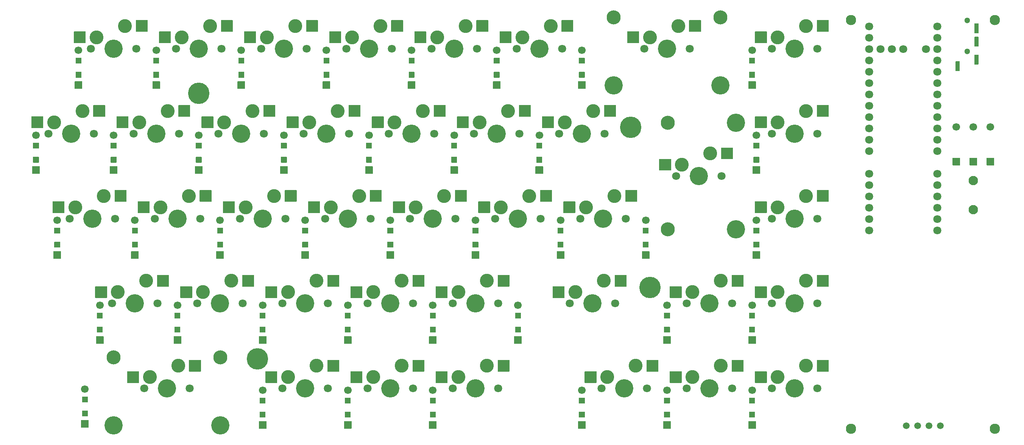
<source format=gbr>
%TF.GenerationSoftware,KiCad,Pcbnew,(5.1.7)-1*%
%TF.CreationDate,2021-06-20T13:46:43+02:00*%
%TF.ProjectId,Split65Right,53706c69-7436-4355-9269-6768742e6b69,rev?*%
%TF.SameCoordinates,Original*%
%TF.FileFunction,Soldermask,Bot*%
%TF.FilePolarity,Negative*%
%FSLAX46Y46*%
G04 Gerber Fmt 4.6, Leading zero omitted, Abs format (unit mm)*
G04 Created by KiCad (PCBNEW (5.1.7)-1) date 2021-06-20 13:46:43*
%MOMM*%
%LPD*%
G01*
G04 APERTURE LIST*
%ADD10C,1.801800*%
%ADD11C,4.087800*%
%ADD12C,3.100000*%
%ADD13C,3.148000*%
%ADD14C,1.497000*%
%ADD15C,4.800400*%
%ADD16C,2.300000*%
%ADD17C,1.300000*%
%ADD18C,1.700000*%
%ADD19C,2.100000*%
%ADD20C,1.800000*%
G04 APERTURE END LIST*
%TO.C,SW39*%
G36*
G01*
X43475000Y-114854000D02*
X43475000Y-112354000D01*
G75*
G02*
X43525000Y-112304000I50000J0D01*
G01*
X46075000Y-112304000D01*
G75*
G02*
X46125000Y-112354000I0J-50000D01*
G01*
X46125000Y-114854000D01*
G75*
G02*
X46075000Y-114904000I-50000J0D01*
G01*
X43525000Y-114904000D01*
G75*
G02*
X43475000Y-114854000I0J50000D01*
G01*
G37*
D10*
X47280000Y-116144000D03*
X57440000Y-116144000D03*
D11*
X52360000Y-116144000D03*
D12*
X48550000Y-113604000D03*
X54900000Y-111064000D03*
G36*
G01*
X57325000Y-112314000D02*
X57325000Y-109814000D01*
G75*
G02*
X57375000Y-109764000I50000J0D01*
G01*
X59925000Y-109764000D01*
G75*
G02*
X59975000Y-109814000I0J-50000D01*
G01*
X59975000Y-112314000D01*
G75*
G02*
X59925000Y-112364000I-50000J0D01*
G01*
X57375000Y-112364000D01*
G75*
G02*
X57325000Y-112314000I0J50000D01*
G01*
G37*
D11*
X64298000Y-124399000D03*
X40422000Y-124399000D03*
D13*
X64298000Y-109159000D03*
X40422000Y-109159000D03*
%TD*%
D14*
%TO.C,J2*%
X225386000Y-124474000D03*
X222846000Y-124474000D03*
X220306000Y-124474000D03*
X217766000Y-124474000D03*
%TD*%
D15*
%TO.C,HOLE_3M*%
X156128000Y-57596000D03*
%TD*%
%TO.C,HOLE_3M*%
X160412000Y-93534000D03*
%TD*%
%TO.C,HOLE_3M*%
X72590000Y-109480000D03*
%TD*%
%TO.C,HOLE_3M*%
X59500000Y-49980000D03*
%TD*%
D16*
%TO.C,HOLE_M2*%
X205394000Y-125188000D03*
%TD*%
%TO.C,HOLE_M2*%
X237524000Y-125188000D03*
%TD*%
%TO.C,HOLE_M2*%
X237524000Y-33558000D03*
%TD*%
%TO.C,HOLE_M2*%
X205394000Y-33558000D03*
%TD*%
%TO.C,J1*%
G36*
G01*
X228786000Y-44980000D02*
X228786000Y-42880000D01*
G75*
G02*
X228836000Y-42830000I50000J0D01*
G01*
X229636000Y-42830000D01*
G75*
G02*
X229686000Y-42880000I0J-50000D01*
G01*
X229686000Y-44980000D01*
G75*
G02*
X229636000Y-45030000I-50000J0D01*
G01*
X228836000Y-45030000D01*
G75*
G02*
X228786000Y-44980000I0J50000D01*
G01*
G37*
G36*
G01*
X232986000Y-43480000D02*
X232986000Y-41380000D01*
G75*
G02*
X233036000Y-41330000I50000J0D01*
G01*
X233836000Y-41330000D01*
G75*
G02*
X233886000Y-41380000I0J-50000D01*
G01*
X233886000Y-43480000D01*
G75*
G02*
X233836000Y-43530000I-50000J0D01*
G01*
X233036000Y-43530000D01*
G75*
G02*
X232986000Y-43480000I0J50000D01*
G01*
G37*
G36*
G01*
X232986000Y-39480000D02*
X232986000Y-37380000D01*
G75*
G02*
X233036000Y-37330000I50000J0D01*
G01*
X233836000Y-37330000D01*
G75*
G02*
X233886000Y-37380000I0J-50000D01*
G01*
X233886000Y-39480000D01*
G75*
G02*
X233836000Y-39530000I-50000J0D01*
G01*
X233036000Y-39530000D01*
G75*
G02*
X232986000Y-39480000I0J50000D01*
G01*
G37*
G36*
G01*
X232986000Y-36480000D02*
X232986000Y-34380000D01*
G75*
G02*
X233036000Y-34330000I50000J0D01*
G01*
X233836000Y-34330000D01*
G75*
G02*
X233886000Y-34380000I0J-50000D01*
G01*
X233886000Y-36480000D01*
G75*
G02*
X233836000Y-36530000I-50000J0D01*
G01*
X233036000Y-36530000D01*
G75*
G02*
X232986000Y-36480000I0J50000D01*
G01*
G37*
D17*
X231336000Y-40630000D03*
X231336000Y-33630000D03*
%TD*%
D18*
%TO.C,D1*%
X183260000Y-40368000D03*
G36*
G01*
X184060000Y-49018000D02*
X182460000Y-49018000D01*
G75*
G02*
X182410000Y-48968000I0J50000D01*
G01*
X182410000Y-47368000D01*
G75*
G02*
X182460000Y-47318000I50000J0D01*
G01*
X184060000Y-47318000D01*
G75*
G02*
X184110000Y-47368000I0J-50000D01*
G01*
X184110000Y-48968000D01*
G75*
G02*
X184060000Y-49018000I-50000J0D01*
G01*
G37*
G36*
G01*
X183860000Y-46493000D02*
X182660000Y-46493000D01*
G75*
G02*
X182610000Y-46443000I0J50000D01*
G01*
X182610000Y-45243000D01*
G75*
G02*
X182660000Y-45193000I50000J0D01*
G01*
X183860000Y-45193000D01*
G75*
G02*
X183910000Y-45243000I0J-50000D01*
G01*
X183910000Y-46443000D01*
G75*
G02*
X183860000Y-46493000I-50000J0D01*
G01*
G37*
G36*
G01*
X183860000Y-43343000D02*
X182660000Y-43343000D01*
G75*
G02*
X182610000Y-43293000I0J50000D01*
G01*
X182610000Y-42093000D01*
G75*
G02*
X182660000Y-42043000I50000J0D01*
G01*
X183860000Y-42043000D01*
G75*
G02*
X183910000Y-42093000I0J-50000D01*
G01*
X183910000Y-43293000D01*
G75*
G02*
X183860000Y-43343000I-50000J0D01*
G01*
G37*
%TD*%
%TO.C,D2*%
X145180000Y-40368000D03*
G36*
G01*
X145980000Y-49018000D02*
X144380000Y-49018000D01*
G75*
G02*
X144330000Y-48968000I0J50000D01*
G01*
X144330000Y-47368000D01*
G75*
G02*
X144380000Y-47318000I50000J0D01*
G01*
X145980000Y-47318000D01*
G75*
G02*
X146030000Y-47368000I0J-50000D01*
G01*
X146030000Y-48968000D01*
G75*
G02*
X145980000Y-49018000I-50000J0D01*
G01*
G37*
G36*
G01*
X145780000Y-46493000D02*
X144580000Y-46493000D01*
G75*
G02*
X144530000Y-46443000I0J50000D01*
G01*
X144530000Y-45243000D01*
G75*
G02*
X144580000Y-45193000I50000J0D01*
G01*
X145780000Y-45193000D01*
G75*
G02*
X145830000Y-45243000I0J-50000D01*
G01*
X145830000Y-46443000D01*
G75*
G02*
X145780000Y-46493000I-50000J0D01*
G01*
G37*
G36*
G01*
X145780000Y-43343000D02*
X144580000Y-43343000D01*
G75*
G02*
X144530000Y-43293000I0J50000D01*
G01*
X144530000Y-42093000D01*
G75*
G02*
X144580000Y-42043000I50000J0D01*
G01*
X145780000Y-42043000D01*
G75*
G02*
X145830000Y-42093000I0J-50000D01*
G01*
X145830000Y-43293000D01*
G75*
G02*
X145780000Y-43343000I-50000J0D01*
G01*
G37*
%TD*%
%TO.C,D3*%
X126140000Y-40368000D03*
G36*
G01*
X126940000Y-49018000D02*
X125340000Y-49018000D01*
G75*
G02*
X125290000Y-48968000I0J50000D01*
G01*
X125290000Y-47368000D01*
G75*
G02*
X125340000Y-47318000I50000J0D01*
G01*
X126940000Y-47318000D01*
G75*
G02*
X126990000Y-47368000I0J-50000D01*
G01*
X126990000Y-48968000D01*
G75*
G02*
X126940000Y-49018000I-50000J0D01*
G01*
G37*
G36*
G01*
X126740000Y-46493000D02*
X125540000Y-46493000D01*
G75*
G02*
X125490000Y-46443000I0J50000D01*
G01*
X125490000Y-45243000D01*
G75*
G02*
X125540000Y-45193000I50000J0D01*
G01*
X126740000Y-45193000D01*
G75*
G02*
X126790000Y-45243000I0J-50000D01*
G01*
X126790000Y-46443000D01*
G75*
G02*
X126740000Y-46493000I-50000J0D01*
G01*
G37*
G36*
G01*
X126740000Y-43343000D02*
X125540000Y-43343000D01*
G75*
G02*
X125490000Y-43293000I0J50000D01*
G01*
X125490000Y-42093000D01*
G75*
G02*
X125540000Y-42043000I50000J0D01*
G01*
X126740000Y-42043000D01*
G75*
G02*
X126790000Y-42093000I0J-50000D01*
G01*
X126790000Y-43293000D01*
G75*
G02*
X126740000Y-43343000I-50000J0D01*
G01*
G37*
%TD*%
%TO.C,D4*%
X107100000Y-40368000D03*
G36*
G01*
X107900000Y-49018000D02*
X106300000Y-49018000D01*
G75*
G02*
X106250000Y-48968000I0J50000D01*
G01*
X106250000Y-47368000D01*
G75*
G02*
X106300000Y-47318000I50000J0D01*
G01*
X107900000Y-47318000D01*
G75*
G02*
X107950000Y-47368000I0J-50000D01*
G01*
X107950000Y-48968000D01*
G75*
G02*
X107900000Y-49018000I-50000J0D01*
G01*
G37*
G36*
G01*
X107700000Y-46493000D02*
X106500000Y-46493000D01*
G75*
G02*
X106450000Y-46443000I0J50000D01*
G01*
X106450000Y-45243000D01*
G75*
G02*
X106500000Y-45193000I50000J0D01*
G01*
X107700000Y-45193000D01*
G75*
G02*
X107750000Y-45243000I0J-50000D01*
G01*
X107750000Y-46443000D01*
G75*
G02*
X107700000Y-46493000I-50000J0D01*
G01*
G37*
G36*
G01*
X107700000Y-43343000D02*
X106500000Y-43343000D01*
G75*
G02*
X106450000Y-43293000I0J50000D01*
G01*
X106450000Y-42093000D01*
G75*
G02*
X106500000Y-42043000I50000J0D01*
G01*
X107700000Y-42043000D01*
G75*
G02*
X107750000Y-42093000I0J-50000D01*
G01*
X107750000Y-43293000D01*
G75*
G02*
X107700000Y-43343000I-50000J0D01*
G01*
G37*
%TD*%
%TO.C,D5*%
X88060000Y-40368000D03*
G36*
G01*
X88860000Y-49018000D02*
X87260000Y-49018000D01*
G75*
G02*
X87210000Y-48968000I0J50000D01*
G01*
X87210000Y-47368000D01*
G75*
G02*
X87260000Y-47318000I50000J0D01*
G01*
X88860000Y-47318000D01*
G75*
G02*
X88910000Y-47368000I0J-50000D01*
G01*
X88910000Y-48968000D01*
G75*
G02*
X88860000Y-49018000I-50000J0D01*
G01*
G37*
G36*
G01*
X88660000Y-46493000D02*
X87460000Y-46493000D01*
G75*
G02*
X87410000Y-46443000I0J50000D01*
G01*
X87410000Y-45243000D01*
G75*
G02*
X87460000Y-45193000I50000J0D01*
G01*
X88660000Y-45193000D01*
G75*
G02*
X88710000Y-45243000I0J-50000D01*
G01*
X88710000Y-46443000D01*
G75*
G02*
X88660000Y-46493000I-50000J0D01*
G01*
G37*
G36*
G01*
X88660000Y-43343000D02*
X87460000Y-43343000D01*
G75*
G02*
X87410000Y-43293000I0J50000D01*
G01*
X87410000Y-42093000D01*
G75*
G02*
X87460000Y-42043000I50000J0D01*
G01*
X88660000Y-42043000D01*
G75*
G02*
X88710000Y-42093000I0J-50000D01*
G01*
X88710000Y-43293000D01*
G75*
G02*
X88660000Y-43343000I-50000J0D01*
G01*
G37*
%TD*%
%TO.C,D6*%
X69020000Y-40368000D03*
G36*
G01*
X69820000Y-49018000D02*
X68220000Y-49018000D01*
G75*
G02*
X68170000Y-48968000I0J50000D01*
G01*
X68170000Y-47368000D01*
G75*
G02*
X68220000Y-47318000I50000J0D01*
G01*
X69820000Y-47318000D01*
G75*
G02*
X69870000Y-47368000I0J-50000D01*
G01*
X69870000Y-48968000D01*
G75*
G02*
X69820000Y-49018000I-50000J0D01*
G01*
G37*
G36*
G01*
X69620000Y-46493000D02*
X68420000Y-46493000D01*
G75*
G02*
X68370000Y-46443000I0J50000D01*
G01*
X68370000Y-45243000D01*
G75*
G02*
X68420000Y-45193000I50000J0D01*
G01*
X69620000Y-45193000D01*
G75*
G02*
X69670000Y-45243000I0J-50000D01*
G01*
X69670000Y-46443000D01*
G75*
G02*
X69620000Y-46493000I-50000J0D01*
G01*
G37*
G36*
G01*
X69620000Y-43343000D02*
X68420000Y-43343000D01*
G75*
G02*
X68370000Y-43293000I0J50000D01*
G01*
X68370000Y-42093000D01*
G75*
G02*
X68420000Y-42043000I50000J0D01*
G01*
X69620000Y-42043000D01*
G75*
G02*
X69670000Y-42093000I0J-50000D01*
G01*
X69670000Y-43293000D01*
G75*
G02*
X69620000Y-43343000I-50000J0D01*
G01*
G37*
%TD*%
%TO.C,D7*%
X49980000Y-40368000D03*
G36*
G01*
X50780000Y-49018000D02*
X49180000Y-49018000D01*
G75*
G02*
X49130000Y-48968000I0J50000D01*
G01*
X49130000Y-47368000D01*
G75*
G02*
X49180000Y-47318000I50000J0D01*
G01*
X50780000Y-47318000D01*
G75*
G02*
X50830000Y-47368000I0J-50000D01*
G01*
X50830000Y-48968000D01*
G75*
G02*
X50780000Y-49018000I-50000J0D01*
G01*
G37*
G36*
G01*
X50580000Y-46493000D02*
X49380000Y-46493000D01*
G75*
G02*
X49330000Y-46443000I0J50000D01*
G01*
X49330000Y-45243000D01*
G75*
G02*
X49380000Y-45193000I50000J0D01*
G01*
X50580000Y-45193000D01*
G75*
G02*
X50630000Y-45243000I0J-50000D01*
G01*
X50630000Y-46443000D01*
G75*
G02*
X50580000Y-46493000I-50000J0D01*
G01*
G37*
G36*
G01*
X50580000Y-43343000D02*
X49380000Y-43343000D01*
G75*
G02*
X49330000Y-43293000I0J50000D01*
G01*
X49330000Y-42093000D01*
G75*
G02*
X49380000Y-42043000I50000J0D01*
G01*
X50580000Y-42043000D01*
G75*
G02*
X50630000Y-42093000I0J-50000D01*
G01*
X50630000Y-43293000D01*
G75*
G02*
X50580000Y-43343000I-50000J0D01*
G01*
G37*
%TD*%
%TO.C,D8*%
X32606000Y-40368000D03*
G36*
G01*
X33406000Y-49018000D02*
X31806000Y-49018000D01*
G75*
G02*
X31756000Y-48968000I0J50000D01*
G01*
X31756000Y-47368000D01*
G75*
G02*
X31806000Y-47318000I50000J0D01*
G01*
X33406000Y-47318000D01*
G75*
G02*
X33456000Y-47368000I0J-50000D01*
G01*
X33456000Y-48968000D01*
G75*
G02*
X33406000Y-49018000I-50000J0D01*
G01*
G37*
G36*
G01*
X33206000Y-46493000D02*
X32006000Y-46493000D01*
G75*
G02*
X31956000Y-46443000I0J50000D01*
G01*
X31956000Y-45243000D01*
G75*
G02*
X32006000Y-45193000I50000J0D01*
G01*
X33206000Y-45193000D01*
G75*
G02*
X33256000Y-45243000I0J-50000D01*
G01*
X33256000Y-46443000D01*
G75*
G02*
X33206000Y-46493000I-50000J0D01*
G01*
G37*
G36*
G01*
X33206000Y-43343000D02*
X32006000Y-43343000D01*
G75*
G02*
X31956000Y-43293000I0J50000D01*
G01*
X31956000Y-42093000D01*
G75*
G02*
X32006000Y-42043000I50000J0D01*
G01*
X33206000Y-42043000D01*
G75*
G02*
X33256000Y-42093000I0J-50000D01*
G01*
X33256000Y-43293000D01*
G75*
G02*
X33206000Y-43343000I-50000J0D01*
G01*
G37*
%TD*%
%TO.C,D9*%
X184212000Y-59408000D03*
G36*
G01*
X185012000Y-68058000D02*
X183412000Y-68058000D01*
G75*
G02*
X183362000Y-68008000I0J50000D01*
G01*
X183362000Y-66408000D01*
G75*
G02*
X183412000Y-66358000I50000J0D01*
G01*
X185012000Y-66358000D01*
G75*
G02*
X185062000Y-66408000I0J-50000D01*
G01*
X185062000Y-68008000D01*
G75*
G02*
X185012000Y-68058000I-50000J0D01*
G01*
G37*
G36*
G01*
X184812000Y-65533000D02*
X183612000Y-65533000D01*
G75*
G02*
X183562000Y-65483000I0J50000D01*
G01*
X183562000Y-64283000D01*
G75*
G02*
X183612000Y-64233000I50000J0D01*
G01*
X184812000Y-64233000D01*
G75*
G02*
X184862000Y-64283000I0J-50000D01*
G01*
X184862000Y-65483000D01*
G75*
G02*
X184812000Y-65533000I-50000J0D01*
G01*
G37*
G36*
G01*
X184812000Y-62383000D02*
X183612000Y-62383000D01*
G75*
G02*
X183562000Y-62333000I0J50000D01*
G01*
X183562000Y-61133000D01*
G75*
G02*
X183612000Y-61083000I50000J0D01*
G01*
X184812000Y-61083000D01*
G75*
G02*
X184862000Y-61133000I0J-50000D01*
G01*
X184862000Y-62333000D01*
G75*
G02*
X184812000Y-62383000I-50000J0D01*
G01*
G37*
%TD*%
%TO.C,D10*%
X135660000Y-59408000D03*
G36*
G01*
X136460000Y-68058000D02*
X134860000Y-68058000D01*
G75*
G02*
X134810000Y-68008000I0J50000D01*
G01*
X134810000Y-66408000D01*
G75*
G02*
X134860000Y-66358000I50000J0D01*
G01*
X136460000Y-66358000D01*
G75*
G02*
X136510000Y-66408000I0J-50000D01*
G01*
X136510000Y-68008000D01*
G75*
G02*
X136460000Y-68058000I-50000J0D01*
G01*
G37*
G36*
G01*
X136260000Y-65533000D02*
X135060000Y-65533000D01*
G75*
G02*
X135010000Y-65483000I0J50000D01*
G01*
X135010000Y-64283000D01*
G75*
G02*
X135060000Y-64233000I50000J0D01*
G01*
X136260000Y-64233000D01*
G75*
G02*
X136310000Y-64283000I0J-50000D01*
G01*
X136310000Y-65483000D01*
G75*
G02*
X136260000Y-65533000I-50000J0D01*
G01*
G37*
G36*
G01*
X136260000Y-62383000D02*
X135060000Y-62383000D01*
G75*
G02*
X135010000Y-62333000I0J50000D01*
G01*
X135010000Y-61133000D01*
G75*
G02*
X135060000Y-61083000I50000J0D01*
G01*
X136260000Y-61083000D01*
G75*
G02*
X136310000Y-61133000I0J-50000D01*
G01*
X136310000Y-62333000D01*
G75*
G02*
X136260000Y-62383000I-50000J0D01*
G01*
G37*
%TD*%
%TO.C,D11*%
X116620000Y-59408000D03*
G36*
G01*
X117420000Y-68058000D02*
X115820000Y-68058000D01*
G75*
G02*
X115770000Y-68008000I0J50000D01*
G01*
X115770000Y-66408000D01*
G75*
G02*
X115820000Y-66358000I50000J0D01*
G01*
X117420000Y-66358000D01*
G75*
G02*
X117470000Y-66408000I0J-50000D01*
G01*
X117470000Y-68008000D01*
G75*
G02*
X117420000Y-68058000I-50000J0D01*
G01*
G37*
G36*
G01*
X117220000Y-65533000D02*
X116020000Y-65533000D01*
G75*
G02*
X115970000Y-65483000I0J50000D01*
G01*
X115970000Y-64283000D01*
G75*
G02*
X116020000Y-64233000I50000J0D01*
G01*
X117220000Y-64233000D01*
G75*
G02*
X117270000Y-64283000I0J-50000D01*
G01*
X117270000Y-65483000D01*
G75*
G02*
X117220000Y-65533000I-50000J0D01*
G01*
G37*
G36*
G01*
X117220000Y-62383000D02*
X116020000Y-62383000D01*
G75*
G02*
X115970000Y-62333000I0J50000D01*
G01*
X115970000Y-61133000D01*
G75*
G02*
X116020000Y-61083000I50000J0D01*
G01*
X117220000Y-61083000D01*
G75*
G02*
X117270000Y-61133000I0J-50000D01*
G01*
X117270000Y-62333000D01*
G75*
G02*
X117220000Y-62383000I-50000J0D01*
G01*
G37*
%TD*%
%TO.C,D12*%
X97580000Y-59408000D03*
G36*
G01*
X98380000Y-68058000D02*
X96780000Y-68058000D01*
G75*
G02*
X96730000Y-68008000I0J50000D01*
G01*
X96730000Y-66408000D01*
G75*
G02*
X96780000Y-66358000I50000J0D01*
G01*
X98380000Y-66358000D01*
G75*
G02*
X98430000Y-66408000I0J-50000D01*
G01*
X98430000Y-68008000D01*
G75*
G02*
X98380000Y-68058000I-50000J0D01*
G01*
G37*
G36*
G01*
X98180000Y-65533000D02*
X96980000Y-65533000D01*
G75*
G02*
X96930000Y-65483000I0J50000D01*
G01*
X96930000Y-64283000D01*
G75*
G02*
X96980000Y-64233000I50000J0D01*
G01*
X98180000Y-64233000D01*
G75*
G02*
X98230000Y-64283000I0J-50000D01*
G01*
X98230000Y-65483000D01*
G75*
G02*
X98180000Y-65533000I-50000J0D01*
G01*
G37*
G36*
G01*
X98180000Y-62383000D02*
X96980000Y-62383000D01*
G75*
G02*
X96930000Y-62333000I0J50000D01*
G01*
X96930000Y-61133000D01*
G75*
G02*
X96980000Y-61083000I50000J0D01*
G01*
X98180000Y-61083000D01*
G75*
G02*
X98230000Y-61133000I0J-50000D01*
G01*
X98230000Y-62333000D01*
G75*
G02*
X98180000Y-62383000I-50000J0D01*
G01*
G37*
%TD*%
%TO.C,D13*%
X78540000Y-59408000D03*
G36*
G01*
X79340000Y-68058000D02*
X77740000Y-68058000D01*
G75*
G02*
X77690000Y-68008000I0J50000D01*
G01*
X77690000Y-66408000D01*
G75*
G02*
X77740000Y-66358000I50000J0D01*
G01*
X79340000Y-66358000D01*
G75*
G02*
X79390000Y-66408000I0J-50000D01*
G01*
X79390000Y-68008000D01*
G75*
G02*
X79340000Y-68058000I-50000J0D01*
G01*
G37*
G36*
G01*
X79140000Y-65533000D02*
X77940000Y-65533000D01*
G75*
G02*
X77890000Y-65483000I0J50000D01*
G01*
X77890000Y-64283000D01*
G75*
G02*
X77940000Y-64233000I50000J0D01*
G01*
X79140000Y-64233000D01*
G75*
G02*
X79190000Y-64283000I0J-50000D01*
G01*
X79190000Y-65483000D01*
G75*
G02*
X79140000Y-65533000I-50000J0D01*
G01*
G37*
G36*
G01*
X79140000Y-62383000D02*
X77940000Y-62383000D01*
G75*
G02*
X77890000Y-62333000I0J50000D01*
G01*
X77890000Y-61133000D01*
G75*
G02*
X77940000Y-61083000I50000J0D01*
G01*
X79140000Y-61083000D01*
G75*
G02*
X79190000Y-61133000I0J-50000D01*
G01*
X79190000Y-62333000D01*
G75*
G02*
X79140000Y-62383000I-50000J0D01*
G01*
G37*
%TD*%
%TO.C,D14*%
X59500000Y-59408000D03*
G36*
G01*
X60300000Y-68058000D02*
X58700000Y-68058000D01*
G75*
G02*
X58650000Y-68008000I0J50000D01*
G01*
X58650000Y-66408000D01*
G75*
G02*
X58700000Y-66358000I50000J0D01*
G01*
X60300000Y-66358000D01*
G75*
G02*
X60350000Y-66408000I0J-50000D01*
G01*
X60350000Y-68008000D01*
G75*
G02*
X60300000Y-68058000I-50000J0D01*
G01*
G37*
G36*
G01*
X60100000Y-65533000D02*
X58900000Y-65533000D01*
G75*
G02*
X58850000Y-65483000I0J50000D01*
G01*
X58850000Y-64283000D01*
G75*
G02*
X58900000Y-64233000I50000J0D01*
G01*
X60100000Y-64233000D01*
G75*
G02*
X60150000Y-64283000I0J-50000D01*
G01*
X60150000Y-65483000D01*
G75*
G02*
X60100000Y-65533000I-50000J0D01*
G01*
G37*
G36*
G01*
X60100000Y-62383000D02*
X58900000Y-62383000D01*
G75*
G02*
X58850000Y-62333000I0J50000D01*
G01*
X58850000Y-61133000D01*
G75*
G02*
X58900000Y-61083000I50000J0D01*
G01*
X60100000Y-61083000D01*
G75*
G02*
X60150000Y-61133000I0J-50000D01*
G01*
X60150000Y-62333000D01*
G75*
G02*
X60100000Y-62383000I-50000J0D01*
G01*
G37*
%TD*%
%TO.C,D15*%
X40460000Y-59408000D03*
G36*
G01*
X41260000Y-68058000D02*
X39660000Y-68058000D01*
G75*
G02*
X39610000Y-68008000I0J50000D01*
G01*
X39610000Y-66408000D01*
G75*
G02*
X39660000Y-66358000I50000J0D01*
G01*
X41260000Y-66358000D01*
G75*
G02*
X41310000Y-66408000I0J-50000D01*
G01*
X41310000Y-68008000D01*
G75*
G02*
X41260000Y-68058000I-50000J0D01*
G01*
G37*
G36*
G01*
X41060000Y-65533000D02*
X39860000Y-65533000D01*
G75*
G02*
X39810000Y-65483000I0J50000D01*
G01*
X39810000Y-64283000D01*
G75*
G02*
X39860000Y-64233000I50000J0D01*
G01*
X41060000Y-64233000D01*
G75*
G02*
X41110000Y-64283000I0J-50000D01*
G01*
X41110000Y-65483000D01*
G75*
G02*
X41060000Y-65533000I-50000J0D01*
G01*
G37*
G36*
G01*
X41060000Y-62383000D02*
X39860000Y-62383000D01*
G75*
G02*
X39810000Y-62333000I0J50000D01*
G01*
X39810000Y-61133000D01*
G75*
G02*
X39860000Y-61083000I50000J0D01*
G01*
X41060000Y-61083000D01*
G75*
G02*
X41110000Y-61133000I0J-50000D01*
G01*
X41110000Y-62333000D01*
G75*
G02*
X41060000Y-62383000I-50000J0D01*
G01*
G37*
%TD*%
%TO.C,D16*%
X23086000Y-59408000D03*
G36*
G01*
X23886000Y-68058000D02*
X22286000Y-68058000D01*
G75*
G02*
X22236000Y-68008000I0J50000D01*
G01*
X22236000Y-66408000D01*
G75*
G02*
X22286000Y-66358000I50000J0D01*
G01*
X23886000Y-66358000D01*
G75*
G02*
X23936000Y-66408000I0J-50000D01*
G01*
X23936000Y-68008000D01*
G75*
G02*
X23886000Y-68058000I-50000J0D01*
G01*
G37*
G36*
G01*
X23686000Y-65533000D02*
X22486000Y-65533000D01*
G75*
G02*
X22436000Y-65483000I0J50000D01*
G01*
X22436000Y-64283000D01*
G75*
G02*
X22486000Y-64233000I50000J0D01*
G01*
X23686000Y-64233000D01*
G75*
G02*
X23736000Y-64283000I0J-50000D01*
G01*
X23736000Y-65483000D01*
G75*
G02*
X23686000Y-65533000I-50000J0D01*
G01*
G37*
G36*
G01*
X23686000Y-62383000D02*
X22486000Y-62383000D01*
G75*
G02*
X22436000Y-62333000I0J50000D01*
G01*
X22436000Y-61133000D01*
G75*
G02*
X22486000Y-61083000I50000J0D01*
G01*
X23686000Y-61083000D01*
G75*
G02*
X23736000Y-61133000I0J-50000D01*
G01*
X23736000Y-62333000D01*
G75*
G02*
X23686000Y-62383000I-50000J0D01*
G01*
G37*
%TD*%
%TO.C,D17*%
X184212000Y-78448000D03*
G36*
G01*
X185012000Y-87098000D02*
X183412000Y-87098000D01*
G75*
G02*
X183362000Y-87048000I0J50000D01*
G01*
X183362000Y-85448000D01*
G75*
G02*
X183412000Y-85398000I50000J0D01*
G01*
X185012000Y-85398000D01*
G75*
G02*
X185062000Y-85448000I0J-50000D01*
G01*
X185062000Y-87048000D01*
G75*
G02*
X185012000Y-87098000I-50000J0D01*
G01*
G37*
G36*
G01*
X184812000Y-84573000D02*
X183612000Y-84573000D01*
G75*
G02*
X183562000Y-84523000I0J50000D01*
G01*
X183562000Y-83323000D01*
G75*
G02*
X183612000Y-83273000I50000J0D01*
G01*
X184812000Y-83273000D01*
G75*
G02*
X184862000Y-83323000I0J-50000D01*
G01*
X184862000Y-84523000D01*
G75*
G02*
X184812000Y-84573000I-50000J0D01*
G01*
G37*
G36*
G01*
X184812000Y-81423000D02*
X183612000Y-81423000D01*
G75*
G02*
X183562000Y-81373000I0J50000D01*
G01*
X183562000Y-80173000D01*
G75*
G02*
X183612000Y-80123000I50000J0D01*
G01*
X184812000Y-80123000D01*
G75*
G02*
X184862000Y-80173000I0J-50000D01*
G01*
X184862000Y-81373000D01*
G75*
G02*
X184812000Y-81423000I-50000J0D01*
G01*
G37*
%TD*%
%TO.C,D18*%
X159460000Y-78448000D03*
G36*
G01*
X160260000Y-87098000D02*
X158660000Y-87098000D01*
G75*
G02*
X158610000Y-87048000I0J50000D01*
G01*
X158610000Y-85448000D01*
G75*
G02*
X158660000Y-85398000I50000J0D01*
G01*
X160260000Y-85398000D01*
G75*
G02*
X160310000Y-85448000I0J-50000D01*
G01*
X160310000Y-87048000D01*
G75*
G02*
X160260000Y-87098000I-50000J0D01*
G01*
G37*
G36*
G01*
X160060000Y-84573000D02*
X158860000Y-84573000D01*
G75*
G02*
X158810000Y-84523000I0J50000D01*
G01*
X158810000Y-83323000D01*
G75*
G02*
X158860000Y-83273000I50000J0D01*
G01*
X160060000Y-83273000D01*
G75*
G02*
X160110000Y-83323000I0J-50000D01*
G01*
X160110000Y-84523000D01*
G75*
G02*
X160060000Y-84573000I-50000J0D01*
G01*
G37*
G36*
G01*
X160060000Y-81423000D02*
X158860000Y-81423000D01*
G75*
G02*
X158810000Y-81373000I0J50000D01*
G01*
X158810000Y-80173000D01*
G75*
G02*
X158860000Y-80123000I50000J0D01*
G01*
X160060000Y-80123000D01*
G75*
G02*
X160110000Y-80173000I0J-50000D01*
G01*
X160110000Y-81373000D01*
G75*
G02*
X160060000Y-81423000I-50000J0D01*
G01*
G37*
%TD*%
%TO.C,D19*%
X140420000Y-78448000D03*
G36*
G01*
X141220000Y-87098000D02*
X139620000Y-87098000D01*
G75*
G02*
X139570000Y-87048000I0J50000D01*
G01*
X139570000Y-85448000D01*
G75*
G02*
X139620000Y-85398000I50000J0D01*
G01*
X141220000Y-85398000D01*
G75*
G02*
X141270000Y-85448000I0J-50000D01*
G01*
X141270000Y-87048000D01*
G75*
G02*
X141220000Y-87098000I-50000J0D01*
G01*
G37*
G36*
G01*
X141020000Y-84573000D02*
X139820000Y-84573000D01*
G75*
G02*
X139770000Y-84523000I0J50000D01*
G01*
X139770000Y-83323000D01*
G75*
G02*
X139820000Y-83273000I50000J0D01*
G01*
X141020000Y-83273000D01*
G75*
G02*
X141070000Y-83323000I0J-50000D01*
G01*
X141070000Y-84523000D01*
G75*
G02*
X141020000Y-84573000I-50000J0D01*
G01*
G37*
G36*
G01*
X141020000Y-81423000D02*
X139820000Y-81423000D01*
G75*
G02*
X139770000Y-81373000I0J50000D01*
G01*
X139770000Y-80173000D01*
G75*
G02*
X139820000Y-80123000I50000J0D01*
G01*
X141020000Y-80123000D01*
G75*
G02*
X141070000Y-80173000I0J-50000D01*
G01*
X141070000Y-81373000D01*
G75*
G02*
X141020000Y-81423000I-50000J0D01*
G01*
G37*
%TD*%
%TO.C,D20*%
X121380000Y-78448000D03*
G36*
G01*
X122180000Y-87098000D02*
X120580000Y-87098000D01*
G75*
G02*
X120530000Y-87048000I0J50000D01*
G01*
X120530000Y-85448000D01*
G75*
G02*
X120580000Y-85398000I50000J0D01*
G01*
X122180000Y-85398000D01*
G75*
G02*
X122230000Y-85448000I0J-50000D01*
G01*
X122230000Y-87048000D01*
G75*
G02*
X122180000Y-87098000I-50000J0D01*
G01*
G37*
G36*
G01*
X121980000Y-84573000D02*
X120780000Y-84573000D01*
G75*
G02*
X120730000Y-84523000I0J50000D01*
G01*
X120730000Y-83323000D01*
G75*
G02*
X120780000Y-83273000I50000J0D01*
G01*
X121980000Y-83273000D01*
G75*
G02*
X122030000Y-83323000I0J-50000D01*
G01*
X122030000Y-84523000D01*
G75*
G02*
X121980000Y-84573000I-50000J0D01*
G01*
G37*
G36*
G01*
X121980000Y-81423000D02*
X120780000Y-81423000D01*
G75*
G02*
X120730000Y-81373000I0J50000D01*
G01*
X120730000Y-80173000D01*
G75*
G02*
X120780000Y-80123000I50000J0D01*
G01*
X121980000Y-80123000D01*
G75*
G02*
X122030000Y-80173000I0J-50000D01*
G01*
X122030000Y-81373000D01*
G75*
G02*
X121980000Y-81423000I-50000J0D01*
G01*
G37*
%TD*%
%TO.C,D21*%
X102340000Y-78448000D03*
G36*
G01*
X103140000Y-87098000D02*
X101540000Y-87098000D01*
G75*
G02*
X101490000Y-87048000I0J50000D01*
G01*
X101490000Y-85448000D01*
G75*
G02*
X101540000Y-85398000I50000J0D01*
G01*
X103140000Y-85398000D01*
G75*
G02*
X103190000Y-85448000I0J-50000D01*
G01*
X103190000Y-87048000D01*
G75*
G02*
X103140000Y-87098000I-50000J0D01*
G01*
G37*
G36*
G01*
X102940000Y-84573000D02*
X101740000Y-84573000D01*
G75*
G02*
X101690000Y-84523000I0J50000D01*
G01*
X101690000Y-83323000D01*
G75*
G02*
X101740000Y-83273000I50000J0D01*
G01*
X102940000Y-83273000D01*
G75*
G02*
X102990000Y-83323000I0J-50000D01*
G01*
X102990000Y-84523000D01*
G75*
G02*
X102940000Y-84573000I-50000J0D01*
G01*
G37*
G36*
G01*
X102940000Y-81423000D02*
X101740000Y-81423000D01*
G75*
G02*
X101690000Y-81373000I0J50000D01*
G01*
X101690000Y-80173000D01*
G75*
G02*
X101740000Y-80123000I50000J0D01*
G01*
X102940000Y-80123000D01*
G75*
G02*
X102990000Y-80173000I0J-50000D01*
G01*
X102990000Y-81373000D01*
G75*
G02*
X102940000Y-81423000I-50000J0D01*
G01*
G37*
%TD*%
%TO.C,D22*%
X83300000Y-78448000D03*
G36*
G01*
X84100000Y-87098000D02*
X82500000Y-87098000D01*
G75*
G02*
X82450000Y-87048000I0J50000D01*
G01*
X82450000Y-85448000D01*
G75*
G02*
X82500000Y-85398000I50000J0D01*
G01*
X84100000Y-85398000D01*
G75*
G02*
X84150000Y-85448000I0J-50000D01*
G01*
X84150000Y-87048000D01*
G75*
G02*
X84100000Y-87098000I-50000J0D01*
G01*
G37*
G36*
G01*
X83900000Y-84573000D02*
X82700000Y-84573000D01*
G75*
G02*
X82650000Y-84523000I0J50000D01*
G01*
X82650000Y-83323000D01*
G75*
G02*
X82700000Y-83273000I50000J0D01*
G01*
X83900000Y-83273000D01*
G75*
G02*
X83950000Y-83323000I0J-50000D01*
G01*
X83950000Y-84523000D01*
G75*
G02*
X83900000Y-84573000I-50000J0D01*
G01*
G37*
G36*
G01*
X83900000Y-81423000D02*
X82700000Y-81423000D01*
G75*
G02*
X82650000Y-81373000I0J50000D01*
G01*
X82650000Y-80173000D01*
G75*
G02*
X82700000Y-80123000I50000J0D01*
G01*
X83900000Y-80123000D01*
G75*
G02*
X83950000Y-80173000I0J-50000D01*
G01*
X83950000Y-81373000D01*
G75*
G02*
X83900000Y-81423000I-50000J0D01*
G01*
G37*
%TD*%
%TO.C,D23*%
X64260000Y-78448000D03*
G36*
G01*
X65060000Y-87098000D02*
X63460000Y-87098000D01*
G75*
G02*
X63410000Y-87048000I0J50000D01*
G01*
X63410000Y-85448000D01*
G75*
G02*
X63460000Y-85398000I50000J0D01*
G01*
X65060000Y-85398000D01*
G75*
G02*
X65110000Y-85448000I0J-50000D01*
G01*
X65110000Y-87048000D01*
G75*
G02*
X65060000Y-87098000I-50000J0D01*
G01*
G37*
G36*
G01*
X64860000Y-84573000D02*
X63660000Y-84573000D01*
G75*
G02*
X63610000Y-84523000I0J50000D01*
G01*
X63610000Y-83323000D01*
G75*
G02*
X63660000Y-83273000I50000J0D01*
G01*
X64860000Y-83273000D01*
G75*
G02*
X64910000Y-83323000I0J-50000D01*
G01*
X64910000Y-84523000D01*
G75*
G02*
X64860000Y-84573000I-50000J0D01*
G01*
G37*
G36*
G01*
X64860000Y-81423000D02*
X63660000Y-81423000D01*
G75*
G02*
X63610000Y-81373000I0J50000D01*
G01*
X63610000Y-80173000D01*
G75*
G02*
X63660000Y-80123000I50000J0D01*
G01*
X64860000Y-80123000D01*
G75*
G02*
X64910000Y-80173000I0J-50000D01*
G01*
X64910000Y-81373000D01*
G75*
G02*
X64860000Y-81423000I-50000J0D01*
G01*
G37*
%TD*%
%TO.C,D24*%
X45220000Y-78448000D03*
G36*
G01*
X46020000Y-87098000D02*
X44420000Y-87098000D01*
G75*
G02*
X44370000Y-87048000I0J50000D01*
G01*
X44370000Y-85448000D01*
G75*
G02*
X44420000Y-85398000I50000J0D01*
G01*
X46020000Y-85398000D01*
G75*
G02*
X46070000Y-85448000I0J-50000D01*
G01*
X46070000Y-87048000D01*
G75*
G02*
X46020000Y-87098000I-50000J0D01*
G01*
G37*
G36*
G01*
X45820000Y-84573000D02*
X44620000Y-84573000D01*
G75*
G02*
X44570000Y-84523000I0J50000D01*
G01*
X44570000Y-83323000D01*
G75*
G02*
X44620000Y-83273000I50000J0D01*
G01*
X45820000Y-83273000D01*
G75*
G02*
X45870000Y-83323000I0J-50000D01*
G01*
X45870000Y-84523000D01*
G75*
G02*
X45820000Y-84573000I-50000J0D01*
G01*
G37*
G36*
G01*
X45820000Y-81423000D02*
X44620000Y-81423000D01*
G75*
G02*
X44570000Y-81373000I0J50000D01*
G01*
X44570000Y-80173000D01*
G75*
G02*
X44620000Y-80123000I50000J0D01*
G01*
X45820000Y-80123000D01*
G75*
G02*
X45870000Y-80173000I0J-50000D01*
G01*
X45870000Y-81373000D01*
G75*
G02*
X45820000Y-81423000I-50000J0D01*
G01*
G37*
%TD*%
%TO.C,D25*%
X183260000Y-97488000D03*
G36*
G01*
X184060000Y-106138000D02*
X182460000Y-106138000D01*
G75*
G02*
X182410000Y-106088000I0J50000D01*
G01*
X182410000Y-104488000D01*
G75*
G02*
X182460000Y-104438000I50000J0D01*
G01*
X184060000Y-104438000D01*
G75*
G02*
X184110000Y-104488000I0J-50000D01*
G01*
X184110000Y-106088000D01*
G75*
G02*
X184060000Y-106138000I-50000J0D01*
G01*
G37*
G36*
G01*
X183860000Y-103613000D02*
X182660000Y-103613000D01*
G75*
G02*
X182610000Y-103563000I0J50000D01*
G01*
X182610000Y-102363000D01*
G75*
G02*
X182660000Y-102313000I50000J0D01*
G01*
X183860000Y-102313000D01*
G75*
G02*
X183910000Y-102363000I0J-50000D01*
G01*
X183910000Y-103563000D01*
G75*
G02*
X183860000Y-103613000I-50000J0D01*
G01*
G37*
G36*
G01*
X183860000Y-100463000D02*
X182660000Y-100463000D01*
G75*
G02*
X182610000Y-100413000I0J50000D01*
G01*
X182610000Y-99213000D01*
G75*
G02*
X182660000Y-99163000I50000J0D01*
G01*
X183860000Y-99163000D01*
G75*
G02*
X183910000Y-99213000I0J-50000D01*
G01*
X183910000Y-100413000D01*
G75*
G02*
X183860000Y-100463000I-50000J0D01*
G01*
G37*
%TD*%
%TO.C,D26*%
X164220000Y-97488000D03*
G36*
G01*
X165020000Y-106138000D02*
X163420000Y-106138000D01*
G75*
G02*
X163370000Y-106088000I0J50000D01*
G01*
X163370000Y-104488000D01*
G75*
G02*
X163420000Y-104438000I50000J0D01*
G01*
X165020000Y-104438000D01*
G75*
G02*
X165070000Y-104488000I0J-50000D01*
G01*
X165070000Y-106088000D01*
G75*
G02*
X165020000Y-106138000I-50000J0D01*
G01*
G37*
G36*
G01*
X164820000Y-103613000D02*
X163620000Y-103613000D01*
G75*
G02*
X163570000Y-103563000I0J50000D01*
G01*
X163570000Y-102363000D01*
G75*
G02*
X163620000Y-102313000I50000J0D01*
G01*
X164820000Y-102313000D01*
G75*
G02*
X164870000Y-102363000I0J-50000D01*
G01*
X164870000Y-103563000D01*
G75*
G02*
X164820000Y-103613000I-50000J0D01*
G01*
G37*
G36*
G01*
X164820000Y-100463000D02*
X163620000Y-100463000D01*
G75*
G02*
X163570000Y-100413000I0J50000D01*
G01*
X163570000Y-99213000D01*
G75*
G02*
X163620000Y-99163000I50000J0D01*
G01*
X164820000Y-99163000D01*
G75*
G02*
X164870000Y-99213000I0J-50000D01*
G01*
X164870000Y-100413000D01*
G75*
G02*
X164820000Y-100463000I-50000J0D01*
G01*
G37*
%TD*%
%TO.C,D27*%
X130900000Y-97488000D03*
G36*
G01*
X131700000Y-106138000D02*
X130100000Y-106138000D01*
G75*
G02*
X130050000Y-106088000I0J50000D01*
G01*
X130050000Y-104488000D01*
G75*
G02*
X130100000Y-104438000I50000J0D01*
G01*
X131700000Y-104438000D01*
G75*
G02*
X131750000Y-104488000I0J-50000D01*
G01*
X131750000Y-106088000D01*
G75*
G02*
X131700000Y-106138000I-50000J0D01*
G01*
G37*
G36*
G01*
X131500000Y-103613000D02*
X130300000Y-103613000D01*
G75*
G02*
X130250000Y-103563000I0J50000D01*
G01*
X130250000Y-102363000D01*
G75*
G02*
X130300000Y-102313000I50000J0D01*
G01*
X131500000Y-102313000D01*
G75*
G02*
X131550000Y-102363000I0J-50000D01*
G01*
X131550000Y-103563000D01*
G75*
G02*
X131500000Y-103613000I-50000J0D01*
G01*
G37*
G36*
G01*
X131500000Y-100463000D02*
X130300000Y-100463000D01*
G75*
G02*
X130250000Y-100413000I0J50000D01*
G01*
X130250000Y-99213000D01*
G75*
G02*
X130300000Y-99163000I50000J0D01*
G01*
X131500000Y-99163000D01*
G75*
G02*
X131550000Y-99213000I0J-50000D01*
G01*
X131550000Y-100413000D01*
G75*
G02*
X131500000Y-100463000I-50000J0D01*
G01*
G37*
%TD*%
%TO.C,D28*%
X111860000Y-97488000D03*
G36*
G01*
X112660000Y-106138000D02*
X111060000Y-106138000D01*
G75*
G02*
X111010000Y-106088000I0J50000D01*
G01*
X111010000Y-104488000D01*
G75*
G02*
X111060000Y-104438000I50000J0D01*
G01*
X112660000Y-104438000D01*
G75*
G02*
X112710000Y-104488000I0J-50000D01*
G01*
X112710000Y-106088000D01*
G75*
G02*
X112660000Y-106138000I-50000J0D01*
G01*
G37*
G36*
G01*
X112460000Y-103613000D02*
X111260000Y-103613000D01*
G75*
G02*
X111210000Y-103563000I0J50000D01*
G01*
X111210000Y-102363000D01*
G75*
G02*
X111260000Y-102313000I50000J0D01*
G01*
X112460000Y-102313000D01*
G75*
G02*
X112510000Y-102363000I0J-50000D01*
G01*
X112510000Y-103563000D01*
G75*
G02*
X112460000Y-103613000I-50000J0D01*
G01*
G37*
G36*
G01*
X112460000Y-100463000D02*
X111260000Y-100463000D01*
G75*
G02*
X111210000Y-100413000I0J50000D01*
G01*
X111210000Y-99213000D01*
G75*
G02*
X111260000Y-99163000I50000J0D01*
G01*
X112460000Y-99163000D01*
G75*
G02*
X112510000Y-99213000I0J-50000D01*
G01*
X112510000Y-100413000D01*
G75*
G02*
X112460000Y-100463000I-50000J0D01*
G01*
G37*
%TD*%
%TO.C,D29*%
X92820000Y-97488000D03*
G36*
G01*
X93620000Y-106138000D02*
X92020000Y-106138000D01*
G75*
G02*
X91970000Y-106088000I0J50000D01*
G01*
X91970000Y-104488000D01*
G75*
G02*
X92020000Y-104438000I50000J0D01*
G01*
X93620000Y-104438000D01*
G75*
G02*
X93670000Y-104488000I0J-50000D01*
G01*
X93670000Y-106088000D01*
G75*
G02*
X93620000Y-106138000I-50000J0D01*
G01*
G37*
G36*
G01*
X93420000Y-103613000D02*
X92220000Y-103613000D01*
G75*
G02*
X92170000Y-103563000I0J50000D01*
G01*
X92170000Y-102363000D01*
G75*
G02*
X92220000Y-102313000I50000J0D01*
G01*
X93420000Y-102313000D01*
G75*
G02*
X93470000Y-102363000I0J-50000D01*
G01*
X93470000Y-103563000D01*
G75*
G02*
X93420000Y-103613000I-50000J0D01*
G01*
G37*
G36*
G01*
X93420000Y-100463000D02*
X92220000Y-100463000D01*
G75*
G02*
X92170000Y-100413000I0J50000D01*
G01*
X92170000Y-99213000D01*
G75*
G02*
X92220000Y-99163000I50000J0D01*
G01*
X93420000Y-99163000D01*
G75*
G02*
X93470000Y-99213000I0J-50000D01*
G01*
X93470000Y-100413000D01*
G75*
G02*
X93420000Y-100463000I-50000J0D01*
G01*
G37*
%TD*%
%TO.C,D30*%
X73780000Y-97488000D03*
G36*
G01*
X74580000Y-106138000D02*
X72980000Y-106138000D01*
G75*
G02*
X72930000Y-106088000I0J50000D01*
G01*
X72930000Y-104488000D01*
G75*
G02*
X72980000Y-104438000I50000J0D01*
G01*
X74580000Y-104438000D01*
G75*
G02*
X74630000Y-104488000I0J-50000D01*
G01*
X74630000Y-106088000D01*
G75*
G02*
X74580000Y-106138000I-50000J0D01*
G01*
G37*
G36*
G01*
X74380000Y-103613000D02*
X73180000Y-103613000D01*
G75*
G02*
X73130000Y-103563000I0J50000D01*
G01*
X73130000Y-102363000D01*
G75*
G02*
X73180000Y-102313000I50000J0D01*
G01*
X74380000Y-102313000D01*
G75*
G02*
X74430000Y-102363000I0J-50000D01*
G01*
X74430000Y-103563000D01*
G75*
G02*
X74380000Y-103613000I-50000J0D01*
G01*
G37*
G36*
G01*
X74380000Y-100463000D02*
X73180000Y-100463000D01*
G75*
G02*
X73130000Y-100413000I0J50000D01*
G01*
X73130000Y-99213000D01*
G75*
G02*
X73180000Y-99163000I50000J0D01*
G01*
X74380000Y-99163000D01*
G75*
G02*
X74430000Y-99213000I0J-50000D01*
G01*
X74430000Y-100413000D01*
G75*
G02*
X74380000Y-100463000I-50000J0D01*
G01*
G37*
%TD*%
%TO.C,D31*%
X54740000Y-97488000D03*
G36*
G01*
X55540000Y-106138000D02*
X53940000Y-106138000D01*
G75*
G02*
X53890000Y-106088000I0J50000D01*
G01*
X53890000Y-104488000D01*
G75*
G02*
X53940000Y-104438000I50000J0D01*
G01*
X55540000Y-104438000D01*
G75*
G02*
X55590000Y-104488000I0J-50000D01*
G01*
X55590000Y-106088000D01*
G75*
G02*
X55540000Y-106138000I-50000J0D01*
G01*
G37*
G36*
G01*
X55340000Y-103613000D02*
X54140000Y-103613000D01*
G75*
G02*
X54090000Y-103563000I0J50000D01*
G01*
X54090000Y-102363000D01*
G75*
G02*
X54140000Y-102313000I50000J0D01*
G01*
X55340000Y-102313000D01*
G75*
G02*
X55390000Y-102363000I0J-50000D01*
G01*
X55390000Y-103563000D01*
G75*
G02*
X55340000Y-103613000I-50000J0D01*
G01*
G37*
G36*
G01*
X55340000Y-100463000D02*
X54140000Y-100463000D01*
G75*
G02*
X54090000Y-100413000I0J50000D01*
G01*
X54090000Y-99213000D01*
G75*
G02*
X54140000Y-99163000I50000J0D01*
G01*
X55340000Y-99163000D01*
G75*
G02*
X55390000Y-99213000I0J-50000D01*
G01*
X55390000Y-100413000D01*
G75*
G02*
X55340000Y-100463000I-50000J0D01*
G01*
G37*
%TD*%
%TO.C,D32*%
X37366000Y-97488000D03*
G36*
G01*
X38166000Y-106138000D02*
X36566000Y-106138000D01*
G75*
G02*
X36516000Y-106088000I0J50000D01*
G01*
X36516000Y-104488000D01*
G75*
G02*
X36566000Y-104438000I50000J0D01*
G01*
X38166000Y-104438000D01*
G75*
G02*
X38216000Y-104488000I0J-50000D01*
G01*
X38216000Y-106088000D01*
G75*
G02*
X38166000Y-106138000I-50000J0D01*
G01*
G37*
G36*
G01*
X37966000Y-103613000D02*
X36766000Y-103613000D01*
G75*
G02*
X36716000Y-103563000I0J50000D01*
G01*
X36716000Y-102363000D01*
G75*
G02*
X36766000Y-102313000I50000J0D01*
G01*
X37966000Y-102313000D01*
G75*
G02*
X38016000Y-102363000I0J-50000D01*
G01*
X38016000Y-103563000D01*
G75*
G02*
X37966000Y-103613000I-50000J0D01*
G01*
G37*
G36*
G01*
X37966000Y-100463000D02*
X36766000Y-100463000D01*
G75*
G02*
X36716000Y-100413000I0J50000D01*
G01*
X36716000Y-99213000D01*
G75*
G02*
X36766000Y-99163000I50000J0D01*
G01*
X37966000Y-99163000D01*
G75*
G02*
X38016000Y-99213000I0J-50000D01*
G01*
X38016000Y-100413000D01*
G75*
G02*
X37966000Y-100463000I-50000J0D01*
G01*
G37*
%TD*%
%TO.C,D33*%
X183260000Y-116528000D03*
G36*
G01*
X184060000Y-125178000D02*
X182460000Y-125178000D01*
G75*
G02*
X182410000Y-125128000I0J50000D01*
G01*
X182410000Y-123528000D01*
G75*
G02*
X182460000Y-123478000I50000J0D01*
G01*
X184060000Y-123478000D01*
G75*
G02*
X184110000Y-123528000I0J-50000D01*
G01*
X184110000Y-125128000D01*
G75*
G02*
X184060000Y-125178000I-50000J0D01*
G01*
G37*
G36*
G01*
X183860000Y-122653000D02*
X182660000Y-122653000D01*
G75*
G02*
X182610000Y-122603000I0J50000D01*
G01*
X182610000Y-121403000D01*
G75*
G02*
X182660000Y-121353000I50000J0D01*
G01*
X183860000Y-121353000D01*
G75*
G02*
X183910000Y-121403000I0J-50000D01*
G01*
X183910000Y-122603000D01*
G75*
G02*
X183860000Y-122653000I-50000J0D01*
G01*
G37*
G36*
G01*
X183860000Y-119503000D02*
X182660000Y-119503000D01*
G75*
G02*
X182610000Y-119453000I0J50000D01*
G01*
X182610000Y-118253000D01*
G75*
G02*
X182660000Y-118203000I50000J0D01*
G01*
X183860000Y-118203000D01*
G75*
G02*
X183910000Y-118253000I0J-50000D01*
G01*
X183910000Y-119453000D01*
G75*
G02*
X183860000Y-119503000I-50000J0D01*
G01*
G37*
%TD*%
%TO.C,D34*%
X164220000Y-116528000D03*
G36*
G01*
X165020000Y-125178000D02*
X163420000Y-125178000D01*
G75*
G02*
X163370000Y-125128000I0J50000D01*
G01*
X163370000Y-123528000D01*
G75*
G02*
X163420000Y-123478000I50000J0D01*
G01*
X165020000Y-123478000D01*
G75*
G02*
X165070000Y-123528000I0J-50000D01*
G01*
X165070000Y-125128000D01*
G75*
G02*
X165020000Y-125178000I-50000J0D01*
G01*
G37*
G36*
G01*
X164820000Y-122653000D02*
X163620000Y-122653000D01*
G75*
G02*
X163570000Y-122603000I0J50000D01*
G01*
X163570000Y-121403000D01*
G75*
G02*
X163620000Y-121353000I50000J0D01*
G01*
X164820000Y-121353000D01*
G75*
G02*
X164870000Y-121403000I0J-50000D01*
G01*
X164870000Y-122603000D01*
G75*
G02*
X164820000Y-122653000I-50000J0D01*
G01*
G37*
G36*
G01*
X164820000Y-119503000D02*
X163620000Y-119503000D01*
G75*
G02*
X163570000Y-119453000I0J50000D01*
G01*
X163570000Y-118253000D01*
G75*
G02*
X163620000Y-118203000I50000J0D01*
G01*
X164820000Y-118203000D01*
G75*
G02*
X164870000Y-118253000I0J-50000D01*
G01*
X164870000Y-119453000D01*
G75*
G02*
X164820000Y-119503000I-50000J0D01*
G01*
G37*
%TD*%
%TO.C,D35*%
X145180000Y-116528000D03*
G36*
G01*
X145980000Y-125178000D02*
X144380000Y-125178000D01*
G75*
G02*
X144330000Y-125128000I0J50000D01*
G01*
X144330000Y-123528000D01*
G75*
G02*
X144380000Y-123478000I50000J0D01*
G01*
X145980000Y-123478000D01*
G75*
G02*
X146030000Y-123528000I0J-50000D01*
G01*
X146030000Y-125128000D01*
G75*
G02*
X145980000Y-125178000I-50000J0D01*
G01*
G37*
G36*
G01*
X145780000Y-122653000D02*
X144580000Y-122653000D01*
G75*
G02*
X144530000Y-122603000I0J50000D01*
G01*
X144530000Y-121403000D01*
G75*
G02*
X144580000Y-121353000I50000J0D01*
G01*
X145780000Y-121353000D01*
G75*
G02*
X145830000Y-121403000I0J-50000D01*
G01*
X145830000Y-122603000D01*
G75*
G02*
X145780000Y-122653000I-50000J0D01*
G01*
G37*
G36*
G01*
X145780000Y-119503000D02*
X144580000Y-119503000D01*
G75*
G02*
X144530000Y-119453000I0J50000D01*
G01*
X144530000Y-118253000D01*
G75*
G02*
X144580000Y-118203000I50000J0D01*
G01*
X145780000Y-118203000D01*
G75*
G02*
X145830000Y-118253000I0J-50000D01*
G01*
X145830000Y-119453000D01*
G75*
G02*
X145780000Y-119503000I-50000J0D01*
G01*
G37*
%TD*%
%TO.C,D36*%
X111860000Y-116528000D03*
G36*
G01*
X112660000Y-125178000D02*
X111060000Y-125178000D01*
G75*
G02*
X111010000Y-125128000I0J50000D01*
G01*
X111010000Y-123528000D01*
G75*
G02*
X111060000Y-123478000I50000J0D01*
G01*
X112660000Y-123478000D01*
G75*
G02*
X112710000Y-123528000I0J-50000D01*
G01*
X112710000Y-125128000D01*
G75*
G02*
X112660000Y-125178000I-50000J0D01*
G01*
G37*
G36*
G01*
X112460000Y-122653000D02*
X111260000Y-122653000D01*
G75*
G02*
X111210000Y-122603000I0J50000D01*
G01*
X111210000Y-121403000D01*
G75*
G02*
X111260000Y-121353000I50000J0D01*
G01*
X112460000Y-121353000D01*
G75*
G02*
X112510000Y-121403000I0J-50000D01*
G01*
X112510000Y-122603000D01*
G75*
G02*
X112460000Y-122653000I-50000J0D01*
G01*
G37*
G36*
G01*
X112460000Y-119503000D02*
X111260000Y-119503000D01*
G75*
G02*
X111210000Y-119453000I0J50000D01*
G01*
X111210000Y-118253000D01*
G75*
G02*
X111260000Y-118203000I50000J0D01*
G01*
X112460000Y-118203000D01*
G75*
G02*
X112510000Y-118253000I0J-50000D01*
G01*
X112510000Y-119453000D01*
G75*
G02*
X112460000Y-119503000I-50000J0D01*
G01*
G37*
%TD*%
%TO.C,D37*%
X92820000Y-116528000D03*
G36*
G01*
X93620000Y-125178000D02*
X92020000Y-125178000D01*
G75*
G02*
X91970000Y-125128000I0J50000D01*
G01*
X91970000Y-123528000D01*
G75*
G02*
X92020000Y-123478000I50000J0D01*
G01*
X93620000Y-123478000D01*
G75*
G02*
X93670000Y-123528000I0J-50000D01*
G01*
X93670000Y-125128000D01*
G75*
G02*
X93620000Y-125178000I-50000J0D01*
G01*
G37*
G36*
G01*
X93420000Y-122653000D02*
X92220000Y-122653000D01*
G75*
G02*
X92170000Y-122603000I0J50000D01*
G01*
X92170000Y-121403000D01*
G75*
G02*
X92220000Y-121353000I50000J0D01*
G01*
X93420000Y-121353000D01*
G75*
G02*
X93470000Y-121403000I0J-50000D01*
G01*
X93470000Y-122603000D01*
G75*
G02*
X93420000Y-122653000I-50000J0D01*
G01*
G37*
G36*
G01*
X93420000Y-119503000D02*
X92220000Y-119503000D01*
G75*
G02*
X92170000Y-119453000I0J50000D01*
G01*
X92170000Y-118253000D01*
G75*
G02*
X92220000Y-118203000I50000J0D01*
G01*
X93420000Y-118203000D01*
G75*
G02*
X93470000Y-118253000I0J-50000D01*
G01*
X93470000Y-119453000D01*
G75*
G02*
X93420000Y-119503000I-50000J0D01*
G01*
G37*
%TD*%
%TO.C,D38*%
X73780000Y-116528000D03*
G36*
G01*
X74580000Y-125178000D02*
X72980000Y-125178000D01*
G75*
G02*
X72930000Y-125128000I0J50000D01*
G01*
X72930000Y-123528000D01*
G75*
G02*
X72980000Y-123478000I50000J0D01*
G01*
X74580000Y-123478000D01*
G75*
G02*
X74630000Y-123528000I0J-50000D01*
G01*
X74630000Y-125128000D01*
G75*
G02*
X74580000Y-125178000I-50000J0D01*
G01*
G37*
G36*
G01*
X74380000Y-122653000D02*
X73180000Y-122653000D01*
G75*
G02*
X73130000Y-122603000I0J50000D01*
G01*
X73130000Y-121403000D01*
G75*
G02*
X73180000Y-121353000I50000J0D01*
G01*
X74380000Y-121353000D01*
G75*
G02*
X74430000Y-121403000I0J-50000D01*
G01*
X74430000Y-122603000D01*
G75*
G02*
X74380000Y-122653000I-50000J0D01*
G01*
G37*
G36*
G01*
X74380000Y-119503000D02*
X73180000Y-119503000D01*
G75*
G02*
X73130000Y-119453000I0J50000D01*
G01*
X73130000Y-118253000D01*
G75*
G02*
X73180000Y-118203000I50000J0D01*
G01*
X74380000Y-118203000D01*
G75*
G02*
X74430000Y-118253000I0J-50000D01*
G01*
X74430000Y-119453000D01*
G75*
G02*
X74380000Y-119503000I-50000J0D01*
G01*
G37*
%TD*%
%TO.C,D39*%
X34034000Y-116290000D03*
G36*
G01*
X34834000Y-124940000D02*
X33234000Y-124940000D01*
G75*
G02*
X33184000Y-124890000I0J50000D01*
G01*
X33184000Y-123290000D01*
G75*
G02*
X33234000Y-123240000I50000J0D01*
G01*
X34834000Y-123240000D01*
G75*
G02*
X34884000Y-123290000I0J-50000D01*
G01*
X34884000Y-124890000D01*
G75*
G02*
X34834000Y-124940000I-50000J0D01*
G01*
G37*
G36*
G01*
X34634000Y-122415000D02*
X33434000Y-122415000D01*
G75*
G02*
X33384000Y-122365000I0J50000D01*
G01*
X33384000Y-121165000D01*
G75*
G02*
X33434000Y-121115000I50000J0D01*
G01*
X34634000Y-121115000D01*
G75*
G02*
X34684000Y-121165000I0J-50000D01*
G01*
X34684000Y-122365000D01*
G75*
G02*
X34634000Y-122415000I-50000J0D01*
G01*
G37*
G36*
G01*
X34634000Y-119265000D02*
X33434000Y-119265000D01*
G75*
G02*
X33384000Y-119215000I0J50000D01*
G01*
X33384000Y-118015000D01*
G75*
G02*
X33434000Y-117965000I50000J0D01*
G01*
X34634000Y-117965000D01*
G75*
G02*
X34684000Y-118015000I0J-50000D01*
G01*
X34684000Y-119215000D01*
G75*
G02*
X34634000Y-119265000I-50000J0D01*
G01*
G37*
%TD*%
%TO.C,D40*%
X27846000Y-78448000D03*
G36*
G01*
X28646000Y-87098000D02*
X27046000Y-87098000D01*
G75*
G02*
X26996000Y-87048000I0J50000D01*
G01*
X26996000Y-85448000D01*
G75*
G02*
X27046000Y-85398000I50000J0D01*
G01*
X28646000Y-85398000D01*
G75*
G02*
X28696000Y-85448000I0J-50000D01*
G01*
X28696000Y-87048000D01*
G75*
G02*
X28646000Y-87098000I-50000J0D01*
G01*
G37*
G36*
G01*
X28446000Y-84573000D02*
X27246000Y-84573000D01*
G75*
G02*
X27196000Y-84523000I0J50000D01*
G01*
X27196000Y-83323000D01*
G75*
G02*
X27246000Y-83273000I50000J0D01*
G01*
X28446000Y-83273000D01*
G75*
G02*
X28496000Y-83323000I0J-50000D01*
G01*
X28496000Y-84523000D01*
G75*
G02*
X28446000Y-84573000I-50000J0D01*
G01*
G37*
G36*
G01*
X28446000Y-81423000D02*
X27246000Y-81423000D01*
G75*
G02*
X27196000Y-81373000I0J50000D01*
G01*
X27196000Y-80173000D01*
G75*
G02*
X27246000Y-80123000I50000J0D01*
G01*
X28446000Y-80123000D01*
G75*
G02*
X28496000Y-80173000I0J-50000D01*
G01*
X28496000Y-81373000D01*
G75*
G02*
X28446000Y-81423000I-50000J0D01*
G01*
G37*
%TD*%
%TO.C,R1*%
X228956000Y-57504000D03*
G36*
G01*
X229756000Y-66154000D02*
X228156000Y-66154000D01*
G75*
G02*
X228106000Y-66104000I0J50000D01*
G01*
X228106000Y-64504000D01*
G75*
G02*
X228156000Y-64454000I50000J0D01*
G01*
X229756000Y-64454000D01*
G75*
G02*
X229806000Y-64504000I0J-50000D01*
G01*
X229806000Y-66104000D01*
G75*
G02*
X229756000Y-66154000I-50000J0D01*
G01*
G37*
%TD*%
%TO.C,R2*%
X232764000Y-57504000D03*
G36*
G01*
X233564000Y-66154000D02*
X231964000Y-66154000D01*
G75*
G02*
X231914000Y-66104000I0J50000D01*
G01*
X231914000Y-64504000D01*
G75*
G02*
X231964000Y-64454000I50000J0D01*
G01*
X233564000Y-64454000D01*
G75*
G02*
X233614000Y-64504000I0J-50000D01*
G01*
X233614000Y-66104000D01*
G75*
G02*
X233564000Y-66154000I-50000J0D01*
G01*
G37*
%TD*%
%TO.C,SW1*%
G36*
G01*
X183895000Y-38694000D02*
X183895000Y-36194000D01*
G75*
G02*
X183945000Y-36144000I50000J0D01*
G01*
X186495000Y-36144000D01*
G75*
G02*
X186545000Y-36194000I0J-50000D01*
G01*
X186545000Y-38694000D01*
G75*
G02*
X186495000Y-38744000I-50000J0D01*
G01*
X183945000Y-38744000D01*
G75*
G02*
X183895000Y-38694000I0J50000D01*
G01*
G37*
D10*
X187700000Y-39984000D03*
X197860000Y-39984000D03*
D11*
X192780000Y-39984000D03*
D12*
X188970000Y-37444000D03*
X195320000Y-34904000D03*
G36*
G01*
X197745000Y-36154000D02*
X197745000Y-33654000D01*
G75*
G02*
X197795000Y-33604000I50000J0D01*
G01*
X200345000Y-33604000D01*
G75*
G02*
X200395000Y-33654000I0J-50000D01*
G01*
X200395000Y-36154000D01*
G75*
G02*
X200345000Y-36204000I-50000J0D01*
G01*
X197795000Y-36204000D01*
G75*
G02*
X197745000Y-36154000I0J50000D01*
G01*
G37*
%TD*%
%TO.C,SW2*%
G36*
G01*
X155335000Y-38694000D02*
X155335000Y-36194000D01*
G75*
G02*
X155385000Y-36144000I50000J0D01*
G01*
X157935000Y-36144000D01*
G75*
G02*
X157985000Y-36194000I0J-50000D01*
G01*
X157985000Y-38694000D01*
G75*
G02*
X157935000Y-38744000I-50000J0D01*
G01*
X155385000Y-38744000D01*
G75*
G02*
X155335000Y-38694000I0J50000D01*
G01*
G37*
D10*
X159140000Y-39984000D03*
X169300000Y-39984000D03*
D11*
X164220000Y-39984000D03*
D12*
X160410000Y-37444000D03*
X166760000Y-34904000D03*
G36*
G01*
X169185000Y-36154000D02*
X169185000Y-33654000D01*
G75*
G02*
X169235000Y-33604000I50000J0D01*
G01*
X171785000Y-33604000D01*
G75*
G02*
X171835000Y-33654000I0J-50000D01*
G01*
X171835000Y-36154000D01*
G75*
G02*
X171785000Y-36204000I-50000J0D01*
G01*
X169235000Y-36204000D01*
G75*
G02*
X169185000Y-36154000I0J50000D01*
G01*
G37*
D11*
X176158000Y-48239000D03*
X152282000Y-48239000D03*
D13*
X176158000Y-32999000D03*
X152282000Y-32999000D03*
%TD*%
%TO.C,SW3*%
G36*
G01*
X126775000Y-38694000D02*
X126775000Y-36194000D01*
G75*
G02*
X126825000Y-36144000I50000J0D01*
G01*
X129375000Y-36144000D01*
G75*
G02*
X129425000Y-36194000I0J-50000D01*
G01*
X129425000Y-38694000D01*
G75*
G02*
X129375000Y-38744000I-50000J0D01*
G01*
X126825000Y-38744000D01*
G75*
G02*
X126775000Y-38694000I0J50000D01*
G01*
G37*
D10*
X130580000Y-39984000D03*
X140740000Y-39984000D03*
D11*
X135660000Y-39984000D03*
D12*
X131850000Y-37444000D03*
X138200000Y-34904000D03*
G36*
G01*
X140625000Y-36154000D02*
X140625000Y-33654000D01*
G75*
G02*
X140675000Y-33604000I50000J0D01*
G01*
X143225000Y-33604000D01*
G75*
G02*
X143275000Y-33654000I0J-50000D01*
G01*
X143275000Y-36154000D01*
G75*
G02*
X143225000Y-36204000I-50000J0D01*
G01*
X140675000Y-36204000D01*
G75*
G02*
X140625000Y-36154000I0J50000D01*
G01*
G37*
%TD*%
%TO.C,SW4*%
G36*
G01*
X107735000Y-38694000D02*
X107735000Y-36194000D01*
G75*
G02*
X107785000Y-36144000I50000J0D01*
G01*
X110335000Y-36144000D01*
G75*
G02*
X110385000Y-36194000I0J-50000D01*
G01*
X110385000Y-38694000D01*
G75*
G02*
X110335000Y-38744000I-50000J0D01*
G01*
X107785000Y-38744000D01*
G75*
G02*
X107735000Y-38694000I0J50000D01*
G01*
G37*
D10*
X111540000Y-39984000D03*
X121700000Y-39984000D03*
D11*
X116620000Y-39984000D03*
D12*
X112810000Y-37444000D03*
X119160000Y-34904000D03*
G36*
G01*
X121585000Y-36154000D02*
X121585000Y-33654000D01*
G75*
G02*
X121635000Y-33604000I50000J0D01*
G01*
X124185000Y-33604000D01*
G75*
G02*
X124235000Y-33654000I0J-50000D01*
G01*
X124235000Y-36154000D01*
G75*
G02*
X124185000Y-36204000I-50000J0D01*
G01*
X121635000Y-36204000D01*
G75*
G02*
X121585000Y-36154000I0J50000D01*
G01*
G37*
%TD*%
%TO.C,SW5*%
G36*
G01*
X88695000Y-38694000D02*
X88695000Y-36194000D01*
G75*
G02*
X88745000Y-36144000I50000J0D01*
G01*
X91295000Y-36144000D01*
G75*
G02*
X91345000Y-36194000I0J-50000D01*
G01*
X91345000Y-38694000D01*
G75*
G02*
X91295000Y-38744000I-50000J0D01*
G01*
X88745000Y-38744000D01*
G75*
G02*
X88695000Y-38694000I0J50000D01*
G01*
G37*
D10*
X92500000Y-39984000D03*
X102660000Y-39984000D03*
D11*
X97580000Y-39984000D03*
D12*
X93770000Y-37444000D03*
X100120000Y-34904000D03*
G36*
G01*
X102545000Y-36154000D02*
X102545000Y-33654000D01*
G75*
G02*
X102595000Y-33604000I50000J0D01*
G01*
X105145000Y-33604000D01*
G75*
G02*
X105195000Y-33654000I0J-50000D01*
G01*
X105195000Y-36154000D01*
G75*
G02*
X105145000Y-36204000I-50000J0D01*
G01*
X102595000Y-36204000D01*
G75*
G02*
X102545000Y-36154000I0J50000D01*
G01*
G37*
%TD*%
%TO.C,SW6*%
G36*
G01*
X69655000Y-38694000D02*
X69655000Y-36194000D01*
G75*
G02*
X69705000Y-36144000I50000J0D01*
G01*
X72255000Y-36144000D01*
G75*
G02*
X72305000Y-36194000I0J-50000D01*
G01*
X72305000Y-38694000D01*
G75*
G02*
X72255000Y-38744000I-50000J0D01*
G01*
X69705000Y-38744000D01*
G75*
G02*
X69655000Y-38694000I0J50000D01*
G01*
G37*
D10*
X73460000Y-39984000D03*
X83620000Y-39984000D03*
D11*
X78540000Y-39984000D03*
D12*
X74730000Y-37444000D03*
X81080000Y-34904000D03*
G36*
G01*
X83505000Y-36154000D02*
X83505000Y-33654000D01*
G75*
G02*
X83555000Y-33604000I50000J0D01*
G01*
X86105000Y-33604000D01*
G75*
G02*
X86155000Y-33654000I0J-50000D01*
G01*
X86155000Y-36154000D01*
G75*
G02*
X86105000Y-36204000I-50000J0D01*
G01*
X83555000Y-36204000D01*
G75*
G02*
X83505000Y-36154000I0J50000D01*
G01*
G37*
%TD*%
%TO.C,SW7*%
G36*
G01*
X50615000Y-38694000D02*
X50615000Y-36194000D01*
G75*
G02*
X50665000Y-36144000I50000J0D01*
G01*
X53215000Y-36144000D01*
G75*
G02*
X53265000Y-36194000I0J-50000D01*
G01*
X53265000Y-38694000D01*
G75*
G02*
X53215000Y-38744000I-50000J0D01*
G01*
X50665000Y-38744000D01*
G75*
G02*
X50615000Y-38694000I0J50000D01*
G01*
G37*
D10*
X54420000Y-39984000D03*
X64580000Y-39984000D03*
D11*
X59500000Y-39984000D03*
D12*
X55690000Y-37444000D03*
X62040000Y-34904000D03*
G36*
G01*
X64465000Y-36154000D02*
X64465000Y-33654000D01*
G75*
G02*
X64515000Y-33604000I50000J0D01*
G01*
X67065000Y-33604000D01*
G75*
G02*
X67115000Y-33654000I0J-50000D01*
G01*
X67115000Y-36154000D01*
G75*
G02*
X67065000Y-36204000I-50000J0D01*
G01*
X64515000Y-36204000D01*
G75*
G02*
X64465000Y-36154000I0J50000D01*
G01*
G37*
%TD*%
%TO.C,SW8*%
G36*
G01*
X31575000Y-38694000D02*
X31575000Y-36194000D01*
G75*
G02*
X31625000Y-36144000I50000J0D01*
G01*
X34175000Y-36144000D01*
G75*
G02*
X34225000Y-36194000I0J-50000D01*
G01*
X34225000Y-38694000D01*
G75*
G02*
X34175000Y-38744000I-50000J0D01*
G01*
X31625000Y-38744000D01*
G75*
G02*
X31575000Y-38694000I0J50000D01*
G01*
G37*
D10*
X35380000Y-39984000D03*
X45540000Y-39984000D03*
D11*
X40460000Y-39984000D03*
D12*
X36650000Y-37444000D03*
X43000000Y-34904000D03*
G36*
G01*
X45425000Y-36154000D02*
X45425000Y-33654000D01*
G75*
G02*
X45475000Y-33604000I50000J0D01*
G01*
X48025000Y-33604000D01*
G75*
G02*
X48075000Y-33654000I0J-50000D01*
G01*
X48075000Y-36154000D01*
G75*
G02*
X48025000Y-36204000I-50000J0D01*
G01*
X45475000Y-36204000D01*
G75*
G02*
X45425000Y-36154000I0J50000D01*
G01*
G37*
%TD*%
%TO.C,SW9*%
G36*
G01*
X183895000Y-57734000D02*
X183895000Y-55234000D01*
G75*
G02*
X183945000Y-55184000I50000J0D01*
G01*
X186495000Y-55184000D01*
G75*
G02*
X186545000Y-55234000I0J-50000D01*
G01*
X186545000Y-57734000D01*
G75*
G02*
X186495000Y-57784000I-50000J0D01*
G01*
X183945000Y-57784000D01*
G75*
G02*
X183895000Y-57734000I0J50000D01*
G01*
G37*
D10*
X187700000Y-59024000D03*
X197860000Y-59024000D03*
D11*
X192780000Y-59024000D03*
D12*
X188970000Y-56484000D03*
X195320000Y-53944000D03*
G36*
G01*
X197745000Y-55194000D02*
X197745000Y-52694000D01*
G75*
G02*
X197795000Y-52644000I50000J0D01*
G01*
X200345000Y-52644000D01*
G75*
G02*
X200395000Y-52694000I0J-50000D01*
G01*
X200395000Y-55194000D01*
G75*
G02*
X200345000Y-55244000I-50000J0D01*
G01*
X197795000Y-55244000D01*
G75*
G02*
X197745000Y-55194000I0J50000D01*
G01*
G37*
%TD*%
%TO.C,SW10*%
G36*
G01*
X136295000Y-57734000D02*
X136295000Y-55234000D01*
G75*
G02*
X136345000Y-55184000I50000J0D01*
G01*
X138895000Y-55184000D01*
G75*
G02*
X138945000Y-55234000I0J-50000D01*
G01*
X138945000Y-57734000D01*
G75*
G02*
X138895000Y-57784000I-50000J0D01*
G01*
X136345000Y-57784000D01*
G75*
G02*
X136295000Y-57734000I0J50000D01*
G01*
G37*
D10*
X140100000Y-59024000D03*
X150260000Y-59024000D03*
D11*
X145180000Y-59024000D03*
D12*
X141370000Y-56484000D03*
X147720000Y-53944000D03*
G36*
G01*
X150145000Y-55194000D02*
X150145000Y-52694000D01*
G75*
G02*
X150195000Y-52644000I50000J0D01*
G01*
X152745000Y-52644000D01*
G75*
G02*
X152795000Y-52694000I0J-50000D01*
G01*
X152795000Y-55194000D01*
G75*
G02*
X152745000Y-55244000I-50000J0D01*
G01*
X150195000Y-55244000D01*
G75*
G02*
X150145000Y-55194000I0J50000D01*
G01*
G37*
%TD*%
%TO.C,SW11*%
G36*
G01*
X117255000Y-57734000D02*
X117255000Y-55234000D01*
G75*
G02*
X117305000Y-55184000I50000J0D01*
G01*
X119855000Y-55184000D01*
G75*
G02*
X119905000Y-55234000I0J-50000D01*
G01*
X119905000Y-57734000D01*
G75*
G02*
X119855000Y-57784000I-50000J0D01*
G01*
X117305000Y-57784000D01*
G75*
G02*
X117255000Y-57734000I0J50000D01*
G01*
G37*
D10*
X121060000Y-59024000D03*
X131220000Y-59024000D03*
D11*
X126140000Y-59024000D03*
D12*
X122330000Y-56484000D03*
X128680000Y-53944000D03*
G36*
G01*
X131105000Y-55194000D02*
X131105000Y-52694000D01*
G75*
G02*
X131155000Y-52644000I50000J0D01*
G01*
X133705000Y-52644000D01*
G75*
G02*
X133755000Y-52694000I0J-50000D01*
G01*
X133755000Y-55194000D01*
G75*
G02*
X133705000Y-55244000I-50000J0D01*
G01*
X131155000Y-55244000D01*
G75*
G02*
X131105000Y-55194000I0J50000D01*
G01*
G37*
%TD*%
%TO.C,SW12*%
G36*
G01*
X98215000Y-57734000D02*
X98215000Y-55234000D01*
G75*
G02*
X98265000Y-55184000I50000J0D01*
G01*
X100815000Y-55184000D01*
G75*
G02*
X100865000Y-55234000I0J-50000D01*
G01*
X100865000Y-57734000D01*
G75*
G02*
X100815000Y-57784000I-50000J0D01*
G01*
X98265000Y-57784000D01*
G75*
G02*
X98215000Y-57734000I0J50000D01*
G01*
G37*
D10*
X102020000Y-59024000D03*
X112180000Y-59024000D03*
D11*
X107100000Y-59024000D03*
D12*
X103290000Y-56484000D03*
X109640000Y-53944000D03*
G36*
G01*
X112065000Y-55194000D02*
X112065000Y-52694000D01*
G75*
G02*
X112115000Y-52644000I50000J0D01*
G01*
X114665000Y-52644000D01*
G75*
G02*
X114715000Y-52694000I0J-50000D01*
G01*
X114715000Y-55194000D01*
G75*
G02*
X114665000Y-55244000I-50000J0D01*
G01*
X112115000Y-55244000D01*
G75*
G02*
X112065000Y-55194000I0J50000D01*
G01*
G37*
%TD*%
%TO.C,SW13*%
G36*
G01*
X79175000Y-57734000D02*
X79175000Y-55234000D01*
G75*
G02*
X79225000Y-55184000I50000J0D01*
G01*
X81775000Y-55184000D01*
G75*
G02*
X81825000Y-55234000I0J-50000D01*
G01*
X81825000Y-57734000D01*
G75*
G02*
X81775000Y-57784000I-50000J0D01*
G01*
X79225000Y-57784000D01*
G75*
G02*
X79175000Y-57734000I0J50000D01*
G01*
G37*
D10*
X82980000Y-59024000D03*
X93140000Y-59024000D03*
D11*
X88060000Y-59024000D03*
D12*
X84250000Y-56484000D03*
X90600000Y-53944000D03*
G36*
G01*
X93025000Y-55194000D02*
X93025000Y-52694000D01*
G75*
G02*
X93075000Y-52644000I50000J0D01*
G01*
X95625000Y-52644000D01*
G75*
G02*
X95675000Y-52694000I0J-50000D01*
G01*
X95675000Y-55194000D01*
G75*
G02*
X95625000Y-55244000I-50000J0D01*
G01*
X93075000Y-55244000D01*
G75*
G02*
X93025000Y-55194000I0J50000D01*
G01*
G37*
%TD*%
%TO.C,SW14*%
G36*
G01*
X60135000Y-57734000D02*
X60135000Y-55234000D01*
G75*
G02*
X60185000Y-55184000I50000J0D01*
G01*
X62735000Y-55184000D01*
G75*
G02*
X62785000Y-55234000I0J-50000D01*
G01*
X62785000Y-57734000D01*
G75*
G02*
X62735000Y-57784000I-50000J0D01*
G01*
X60185000Y-57784000D01*
G75*
G02*
X60135000Y-57734000I0J50000D01*
G01*
G37*
D10*
X63940000Y-59024000D03*
X74100000Y-59024000D03*
D11*
X69020000Y-59024000D03*
D12*
X65210000Y-56484000D03*
X71560000Y-53944000D03*
G36*
G01*
X73985000Y-55194000D02*
X73985000Y-52694000D01*
G75*
G02*
X74035000Y-52644000I50000J0D01*
G01*
X76585000Y-52644000D01*
G75*
G02*
X76635000Y-52694000I0J-50000D01*
G01*
X76635000Y-55194000D01*
G75*
G02*
X76585000Y-55244000I-50000J0D01*
G01*
X74035000Y-55244000D01*
G75*
G02*
X73985000Y-55194000I0J50000D01*
G01*
G37*
%TD*%
%TO.C,SW15*%
G36*
G01*
X41095000Y-57734000D02*
X41095000Y-55234000D01*
G75*
G02*
X41145000Y-55184000I50000J0D01*
G01*
X43695000Y-55184000D01*
G75*
G02*
X43745000Y-55234000I0J-50000D01*
G01*
X43745000Y-57734000D01*
G75*
G02*
X43695000Y-57784000I-50000J0D01*
G01*
X41145000Y-57784000D01*
G75*
G02*
X41095000Y-57734000I0J50000D01*
G01*
G37*
D10*
X44900000Y-59024000D03*
X55060000Y-59024000D03*
D11*
X49980000Y-59024000D03*
D12*
X46170000Y-56484000D03*
X52520000Y-53944000D03*
G36*
G01*
X54945000Y-55194000D02*
X54945000Y-52694000D01*
G75*
G02*
X54995000Y-52644000I50000J0D01*
G01*
X57545000Y-52644000D01*
G75*
G02*
X57595000Y-52694000I0J-50000D01*
G01*
X57595000Y-55194000D01*
G75*
G02*
X57545000Y-55244000I-50000J0D01*
G01*
X54995000Y-55244000D01*
G75*
G02*
X54945000Y-55194000I0J50000D01*
G01*
G37*
%TD*%
%TO.C,SW16*%
G36*
G01*
X22055000Y-57734000D02*
X22055000Y-55234000D01*
G75*
G02*
X22105000Y-55184000I50000J0D01*
G01*
X24655000Y-55184000D01*
G75*
G02*
X24705000Y-55234000I0J-50000D01*
G01*
X24705000Y-57734000D01*
G75*
G02*
X24655000Y-57784000I-50000J0D01*
G01*
X22105000Y-57784000D01*
G75*
G02*
X22055000Y-57734000I0J50000D01*
G01*
G37*
D10*
X25860000Y-59024000D03*
X36020000Y-59024000D03*
D11*
X30940000Y-59024000D03*
D12*
X27130000Y-56484000D03*
X33480000Y-53944000D03*
G36*
G01*
X35905000Y-55194000D02*
X35905000Y-52694000D01*
G75*
G02*
X35955000Y-52644000I50000J0D01*
G01*
X38505000Y-52644000D01*
G75*
G02*
X38555000Y-52694000I0J-50000D01*
G01*
X38555000Y-55194000D01*
G75*
G02*
X38505000Y-55244000I-50000J0D01*
G01*
X35955000Y-55244000D01*
G75*
G02*
X35905000Y-55194000I0J50000D01*
G01*
G37*
%TD*%
%TO.C,SW17*%
G36*
G01*
X183895000Y-76774000D02*
X183895000Y-74274000D01*
G75*
G02*
X183945000Y-74224000I50000J0D01*
G01*
X186495000Y-74224000D01*
G75*
G02*
X186545000Y-74274000I0J-50000D01*
G01*
X186545000Y-76774000D01*
G75*
G02*
X186495000Y-76824000I-50000J0D01*
G01*
X183945000Y-76824000D01*
G75*
G02*
X183895000Y-76774000I0J50000D01*
G01*
G37*
D10*
X187700000Y-78064000D03*
X197860000Y-78064000D03*
D11*
X192780000Y-78064000D03*
D12*
X188970000Y-75524000D03*
X195320000Y-72984000D03*
G36*
G01*
X197745000Y-74234000D02*
X197745000Y-71734000D01*
G75*
G02*
X197795000Y-71684000I50000J0D01*
G01*
X200345000Y-71684000D01*
G75*
G02*
X200395000Y-71734000I0J-50000D01*
G01*
X200395000Y-74234000D01*
G75*
G02*
X200345000Y-74284000I-50000J0D01*
G01*
X197795000Y-74284000D01*
G75*
G02*
X197745000Y-74234000I0J50000D01*
G01*
G37*
%TD*%
%TO.C,SW18*%
G36*
G01*
X162475000Y-67254000D02*
X162475000Y-64754000D01*
G75*
G02*
X162525000Y-64704000I50000J0D01*
G01*
X165075000Y-64704000D01*
G75*
G02*
X165125000Y-64754000I0J-50000D01*
G01*
X165125000Y-67254000D01*
G75*
G02*
X165075000Y-67304000I-50000J0D01*
G01*
X162525000Y-67304000D01*
G75*
G02*
X162475000Y-67254000I0J50000D01*
G01*
G37*
D10*
X166280000Y-68544000D03*
X176440000Y-68544000D03*
D11*
X171360000Y-68544000D03*
D12*
X167550000Y-66004000D03*
X173900000Y-63464000D03*
G36*
G01*
X176325000Y-64714000D02*
X176325000Y-62214000D01*
G75*
G02*
X176375000Y-62164000I50000J0D01*
G01*
X178925000Y-62164000D01*
G75*
G02*
X178975000Y-62214000I0J-50000D01*
G01*
X178975000Y-64714000D01*
G75*
G02*
X178925000Y-64764000I-50000J0D01*
G01*
X176375000Y-64764000D01*
G75*
G02*
X176325000Y-64714000I0J50000D01*
G01*
G37*
D11*
X179615000Y-56606000D03*
X179615000Y-80482000D03*
D13*
X164375000Y-56606000D03*
X164375000Y-80482000D03*
%TD*%
%TO.C,SW19*%
G36*
G01*
X141055000Y-76774000D02*
X141055000Y-74274000D01*
G75*
G02*
X141105000Y-74224000I50000J0D01*
G01*
X143655000Y-74224000D01*
G75*
G02*
X143705000Y-74274000I0J-50000D01*
G01*
X143705000Y-76774000D01*
G75*
G02*
X143655000Y-76824000I-50000J0D01*
G01*
X141105000Y-76824000D01*
G75*
G02*
X141055000Y-76774000I0J50000D01*
G01*
G37*
D10*
X144860000Y-78064000D03*
X155020000Y-78064000D03*
D11*
X149940000Y-78064000D03*
D12*
X146130000Y-75524000D03*
X152480000Y-72984000D03*
G36*
G01*
X154905000Y-74234000D02*
X154905000Y-71734000D01*
G75*
G02*
X154955000Y-71684000I50000J0D01*
G01*
X157505000Y-71684000D01*
G75*
G02*
X157555000Y-71734000I0J-50000D01*
G01*
X157555000Y-74234000D01*
G75*
G02*
X157505000Y-74284000I-50000J0D01*
G01*
X154955000Y-74284000D01*
G75*
G02*
X154905000Y-74234000I0J50000D01*
G01*
G37*
%TD*%
%TO.C,SW20*%
G36*
G01*
X122015000Y-76774000D02*
X122015000Y-74274000D01*
G75*
G02*
X122065000Y-74224000I50000J0D01*
G01*
X124615000Y-74224000D01*
G75*
G02*
X124665000Y-74274000I0J-50000D01*
G01*
X124665000Y-76774000D01*
G75*
G02*
X124615000Y-76824000I-50000J0D01*
G01*
X122065000Y-76824000D01*
G75*
G02*
X122015000Y-76774000I0J50000D01*
G01*
G37*
D10*
X125820000Y-78064000D03*
X135980000Y-78064000D03*
D11*
X130900000Y-78064000D03*
D12*
X127090000Y-75524000D03*
X133440000Y-72984000D03*
G36*
G01*
X135865000Y-74234000D02*
X135865000Y-71734000D01*
G75*
G02*
X135915000Y-71684000I50000J0D01*
G01*
X138465000Y-71684000D01*
G75*
G02*
X138515000Y-71734000I0J-50000D01*
G01*
X138515000Y-74234000D01*
G75*
G02*
X138465000Y-74284000I-50000J0D01*
G01*
X135915000Y-74284000D01*
G75*
G02*
X135865000Y-74234000I0J50000D01*
G01*
G37*
%TD*%
%TO.C,SW21*%
G36*
G01*
X102975000Y-76774000D02*
X102975000Y-74274000D01*
G75*
G02*
X103025000Y-74224000I50000J0D01*
G01*
X105575000Y-74224000D01*
G75*
G02*
X105625000Y-74274000I0J-50000D01*
G01*
X105625000Y-76774000D01*
G75*
G02*
X105575000Y-76824000I-50000J0D01*
G01*
X103025000Y-76824000D01*
G75*
G02*
X102975000Y-76774000I0J50000D01*
G01*
G37*
D10*
X106780000Y-78064000D03*
X116940000Y-78064000D03*
D11*
X111860000Y-78064000D03*
D12*
X108050000Y-75524000D03*
X114400000Y-72984000D03*
G36*
G01*
X116825000Y-74234000D02*
X116825000Y-71734000D01*
G75*
G02*
X116875000Y-71684000I50000J0D01*
G01*
X119425000Y-71684000D01*
G75*
G02*
X119475000Y-71734000I0J-50000D01*
G01*
X119475000Y-74234000D01*
G75*
G02*
X119425000Y-74284000I-50000J0D01*
G01*
X116875000Y-74284000D01*
G75*
G02*
X116825000Y-74234000I0J50000D01*
G01*
G37*
%TD*%
%TO.C,SW22*%
G36*
G01*
X83935000Y-76774000D02*
X83935000Y-74274000D01*
G75*
G02*
X83985000Y-74224000I50000J0D01*
G01*
X86535000Y-74224000D01*
G75*
G02*
X86585000Y-74274000I0J-50000D01*
G01*
X86585000Y-76774000D01*
G75*
G02*
X86535000Y-76824000I-50000J0D01*
G01*
X83985000Y-76824000D01*
G75*
G02*
X83935000Y-76774000I0J50000D01*
G01*
G37*
D10*
X87740000Y-78064000D03*
X97900000Y-78064000D03*
D11*
X92820000Y-78064000D03*
D12*
X89010000Y-75524000D03*
X95360000Y-72984000D03*
G36*
G01*
X97785000Y-74234000D02*
X97785000Y-71734000D01*
G75*
G02*
X97835000Y-71684000I50000J0D01*
G01*
X100385000Y-71684000D01*
G75*
G02*
X100435000Y-71734000I0J-50000D01*
G01*
X100435000Y-74234000D01*
G75*
G02*
X100385000Y-74284000I-50000J0D01*
G01*
X97835000Y-74284000D01*
G75*
G02*
X97785000Y-74234000I0J50000D01*
G01*
G37*
%TD*%
%TO.C,SW23*%
G36*
G01*
X64895000Y-76774000D02*
X64895000Y-74274000D01*
G75*
G02*
X64945000Y-74224000I50000J0D01*
G01*
X67495000Y-74224000D01*
G75*
G02*
X67545000Y-74274000I0J-50000D01*
G01*
X67545000Y-76774000D01*
G75*
G02*
X67495000Y-76824000I-50000J0D01*
G01*
X64945000Y-76824000D01*
G75*
G02*
X64895000Y-76774000I0J50000D01*
G01*
G37*
D10*
X68700000Y-78064000D03*
X78860000Y-78064000D03*
D11*
X73780000Y-78064000D03*
D12*
X69970000Y-75524000D03*
X76320000Y-72984000D03*
G36*
G01*
X78745000Y-74234000D02*
X78745000Y-71734000D01*
G75*
G02*
X78795000Y-71684000I50000J0D01*
G01*
X81345000Y-71684000D01*
G75*
G02*
X81395000Y-71734000I0J-50000D01*
G01*
X81395000Y-74234000D01*
G75*
G02*
X81345000Y-74284000I-50000J0D01*
G01*
X78795000Y-74284000D01*
G75*
G02*
X78745000Y-74234000I0J50000D01*
G01*
G37*
%TD*%
%TO.C,SW24*%
G36*
G01*
X45855000Y-76774000D02*
X45855000Y-74274000D01*
G75*
G02*
X45905000Y-74224000I50000J0D01*
G01*
X48455000Y-74224000D01*
G75*
G02*
X48505000Y-74274000I0J-50000D01*
G01*
X48505000Y-76774000D01*
G75*
G02*
X48455000Y-76824000I-50000J0D01*
G01*
X45905000Y-76824000D01*
G75*
G02*
X45855000Y-76774000I0J50000D01*
G01*
G37*
D10*
X49660000Y-78064000D03*
X59820000Y-78064000D03*
D11*
X54740000Y-78064000D03*
D12*
X50930000Y-75524000D03*
X57280000Y-72984000D03*
G36*
G01*
X59705000Y-74234000D02*
X59705000Y-71734000D01*
G75*
G02*
X59755000Y-71684000I50000J0D01*
G01*
X62305000Y-71684000D01*
G75*
G02*
X62355000Y-71734000I0J-50000D01*
G01*
X62355000Y-74234000D01*
G75*
G02*
X62305000Y-74284000I-50000J0D01*
G01*
X59755000Y-74284000D01*
G75*
G02*
X59705000Y-74234000I0J50000D01*
G01*
G37*
%TD*%
%TO.C,SW25*%
G36*
G01*
X183895000Y-95814000D02*
X183895000Y-93314000D01*
G75*
G02*
X183945000Y-93264000I50000J0D01*
G01*
X186495000Y-93264000D01*
G75*
G02*
X186545000Y-93314000I0J-50000D01*
G01*
X186545000Y-95814000D01*
G75*
G02*
X186495000Y-95864000I-50000J0D01*
G01*
X183945000Y-95864000D01*
G75*
G02*
X183895000Y-95814000I0J50000D01*
G01*
G37*
D10*
X187700000Y-97104000D03*
X197860000Y-97104000D03*
D11*
X192780000Y-97104000D03*
D12*
X188970000Y-94564000D03*
X195320000Y-92024000D03*
G36*
G01*
X197745000Y-93274000D02*
X197745000Y-90774000D01*
G75*
G02*
X197795000Y-90724000I50000J0D01*
G01*
X200345000Y-90724000D01*
G75*
G02*
X200395000Y-90774000I0J-50000D01*
G01*
X200395000Y-93274000D01*
G75*
G02*
X200345000Y-93324000I-50000J0D01*
G01*
X197795000Y-93324000D01*
G75*
G02*
X197745000Y-93274000I0J50000D01*
G01*
G37*
%TD*%
%TO.C,SW26*%
G36*
G01*
X164855000Y-95814000D02*
X164855000Y-93314000D01*
G75*
G02*
X164905000Y-93264000I50000J0D01*
G01*
X167455000Y-93264000D01*
G75*
G02*
X167505000Y-93314000I0J-50000D01*
G01*
X167505000Y-95814000D01*
G75*
G02*
X167455000Y-95864000I-50000J0D01*
G01*
X164905000Y-95864000D01*
G75*
G02*
X164855000Y-95814000I0J50000D01*
G01*
G37*
D10*
X168660000Y-97104000D03*
X178820000Y-97104000D03*
D11*
X173740000Y-97104000D03*
D12*
X169930000Y-94564000D03*
X176280000Y-92024000D03*
G36*
G01*
X178705000Y-93274000D02*
X178705000Y-90774000D01*
G75*
G02*
X178755000Y-90724000I50000J0D01*
G01*
X181305000Y-90724000D01*
G75*
G02*
X181355000Y-90774000I0J-50000D01*
G01*
X181355000Y-93274000D01*
G75*
G02*
X181305000Y-93324000I-50000J0D01*
G01*
X178755000Y-93324000D01*
G75*
G02*
X178705000Y-93274000I0J50000D01*
G01*
G37*
%TD*%
%TO.C,SW27*%
G36*
G01*
X138675000Y-95814000D02*
X138675000Y-93314000D01*
G75*
G02*
X138725000Y-93264000I50000J0D01*
G01*
X141275000Y-93264000D01*
G75*
G02*
X141325000Y-93314000I0J-50000D01*
G01*
X141325000Y-95814000D01*
G75*
G02*
X141275000Y-95864000I-50000J0D01*
G01*
X138725000Y-95864000D01*
G75*
G02*
X138675000Y-95814000I0J50000D01*
G01*
G37*
D10*
X142480000Y-97104000D03*
X152640000Y-97104000D03*
D11*
X147560000Y-97104000D03*
D12*
X143750000Y-94564000D03*
X150100000Y-92024000D03*
G36*
G01*
X152525000Y-93274000D02*
X152525000Y-90774000D01*
G75*
G02*
X152575000Y-90724000I50000J0D01*
G01*
X155125000Y-90724000D01*
G75*
G02*
X155175000Y-90774000I0J-50000D01*
G01*
X155175000Y-93274000D01*
G75*
G02*
X155125000Y-93324000I-50000J0D01*
G01*
X152575000Y-93324000D01*
G75*
G02*
X152525000Y-93274000I0J50000D01*
G01*
G37*
%TD*%
%TO.C,SW28*%
G36*
G01*
X112495000Y-95814000D02*
X112495000Y-93314000D01*
G75*
G02*
X112545000Y-93264000I50000J0D01*
G01*
X115095000Y-93264000D01*
G75*
G02*
X115145000Y-93314000I0J-50000D01*
G01*
X115145000Y-95814000D01*
G75*
G02*
X115095000Y-95864000I-50000J0D01*
G01*
X112545000Y-95864000D01*
G75*
G02*
X112495000Y-95814000I0J50000D01*
G01*
G37*
D10*
X116300000Y-97104000D03*
X126460000Y-97104000D03*
D11*
X121380000Y-97104000D03*
D12*
X117570000Y-94564000D03*
X123920000Y-92024000D03*
G36*
G01*
X126345000Y-93274000D02*
X126345000Y-90774000D01*
G75*
G02*
X126395000Y-90724000I50000J0D01*
G01*
X128945000Y-90724000D01*
G75*
G02*
X128995000Y-90774000I0J-50000D01*
G01*
X128995000Y-93274000D01*
G75*
G02*
X128945000Y-93324000I-50000J0D01*
G01*
X126395000Y-93324000D01*
G75*
G02*
X126345000Y-93274000I0J50000D01*
G01*
G37*
%TD*%
%TO.C,SW29*%
G36*
G01*
X93455000Y-95814000D02*
X93455000Y-93314000D01*
G75*
G02*
X93505000Y-93264000I50000J0D01*
G01*
X96055000Y-93264000D01*
G75*
G02*
X96105000Y-93314000I0J-50000D01*
G01*
X96105000Y-95814000D01*
G75*
G02*
X96055000Y-95864000I-50000J0D01*
G01*
X93505000Y-95864000D01*
G75*
G02*
X93455000Y-95814000I0J50000D01*
G01*
G37*
D10*
X97260000Y-97104000D03*
X107420000Y-97104000D03*
D11*
X102340000Y-97104000D03*
D12*
X98530000Y-94564000D03*
X104880000Y-92024000D03*
G36*
G01*
X107305000Y-93274000D02*
X107305000Y-90774000D01*
G75*
G02*
X107355000Y-90724000I50000J0D01*
G01*
X109905000Y-90724000D01*
G75*
G02*
X109955000Y-90774000I0J-50000D01*
G01*
X109955000Y-93274000D01*
G75*
G02*
X109905000Y-93324000I-50000J0D01*
G01*
X107355000Y-93324000D01*
G75*
G02*
X107305000Y-93274000I0J50000D01*
G01*
G37*
%TD*%
%TO.C,SW30*%
G36*
G01*
X74415000Y-95814000D02*
X74415000Y-93314000D01*
G75*
G02*
X74465000Y-93264000I50000J0D01*
G01*
X77015000Y-93264000D01*
G75*
G02*
X77065000Y-93314000I0J-50000D01*
G01*
X77065000Y-95814000D01*
G75*
G02*
X77015000Y-95864000I-50000J0D01*
G01*
X74465000Y-95864000D01*
G75*
G02*
X74415000Y-95814000I0J50000D01*
G01*
G37*
D10*
X78220000Y-97104000D03*
X88380000Y-97104000D03*
D11*
X83300000Y-97104000D03*
D12*
X79490000Y-94564000D03*
X85840000Y-92024000D03*
G36*
G01*
X88265000Y-93274000D02*
X88265000Y-90774000D01*
G75*
G02*
X88315000Y-90724000I50000J0D01*
G01*
X90865000Y-90724000D01*
G75*
G02*
X90915000Y-90774000I0J-50000D01*
G01*
X90915000Y-93274000D01*
G75*
G02*
X90865000Y-93324000I-50000J0D01*
G01*
X88315000Y-93324000D01*
G75*
G02*
X88265000Y-93274000I0J50000D01*
G01*
G37*
%TD*%
%TO.C,SW31*%
G36*
G01*
X55375000Y-95814000D02*
X55375000Y-93314000D01*
G75*
G02*
X55425000Y-93264000I50000J0D01*
G01*
X57975000Y-93264000D01*
G75*
G02*
X58025000Y-93314000I0J-50000D01*
G01*
X58025000Y-95814000D01*
G75*
G02*
X57975000Y-95864000I-50000J0D01*
G01*
X55425000Y-95864000D01*
G75*
G02*
X55375000Y-95814000I0J50000D01*
G01*
G37*
D10*
X59180000Y-97104000D03*
X69340000Y-97104000D03*
D11*
X64260000Y-97104000D03*
D12*
X60450000Y-94564000D03*
X66800000Y-92024000D03*
G36*
G01*
X69225000Y-93274000D02*
X69225000Y-90774000D01*
G75*
G02*
X69275000Y-90724000I50000J0D01*
G01*
X71825000Y-90724000D01*
G75*
G02*
X71875000Y-90774000I0J-50000D01*
G01*
X71875000Y-93274000D01*
G75*
G02*
X71825000Y-93324000I-50000J0D01*
G01*
X69275000Y-93324000D01*
G75*
G02*
X69225000Y-93274000I0J50000D01*
G01*
G37*
%TD*%
%TO.C,SW32*%
G36*
G01*
X36335000Y-95814000D02*
X36335000Y-93314000D01*
G75*
G02*
X36385000Y-93264000I50000J0D01*
G01*
X38935000Y-93264000D01*
G75*
G02*
X38985000Y-93314000I0J-50000D01*
G01*
X38985000Y-95814000D01*
G75*
G02*
X38935000Y-95864000I-50000J0D01*
G01*
X36385000Y-95864000D01*
G75*
G02*
X36335000Y-95814000I0J50000D01*
G01*
G37*
D10*
X40140000Y-97104000D03*
X50300000Y-97104000D03*
D11*
X45220000Y-97104000D03*
D12*
X41410000Y-94564000D03*
X47760000Y-92024000D03*
G36*
G01*
X50185000Y-93274000D02*
X50185000Y-90774000D01*
G75*
G02*
X50235000Y-90724000I50000J0D01*
G01*
X52785000Y-90724000D01*
G75*
G02*
X52835000Y-90774000I0J-50000D01*
G01*
X52835000Y-93274000D01*
G75*
G02*
X52785000Y-93324000I-50000J0D01*
G01*
X50235000Y-93324000D01*
G75*
G02*
X50185000Y-93274000I0J50000D01*
G01*
G37*
%TD*%
%TO.C,SW33*%
G36*
G01*
X183895000Y-114854000D02*
X183895000Y-112354000D01*
G75*
G02*
X183945000Y-112304000I50000J0D01*
G01*
X186495000Y-112304000D01*
G75*
G02*
X186545000Y-112354000I0J-50000D01*
G01*
X186545000Y-114854000D01*
G75*
G02*
X186495000Y-114904000I-50000J0D01*
G01*
X183945000Y-114904000D01*
G75*
G02*
X183895000Y-114854000I0J50000D01*
G01*
G37*
D10*
X187700000Y-116144000D03*
X197860000Y-116144000D03*
D11*
X192780000Y-116144000D03*
D12*
X188970000Y-113604000D03*
X195320000Y-111064000D03*
G36*
G01*
X197745000Y-112314000D02*
X197745000Y-109814000D01*
G75*
G02*
X197795000Y-109764000I50000J0D01*
G01*
X200345000Y-109764000D01*
G75*
G02*
X200395000Y-109814000I0J-50000D01*
G01*
X200395000Y-112314000D01*
G75*
G02*
X200345000Y-112364000I-50000J0D01*
G01*
X197795000Y-112364000D01*
G75*
G02*
X197745000Y-112314000I0J50000D01*
G01*
G37*
%TD*%
%TO.C,SW34*%
G36*
G01*
X164855000Y-114854000D02*
X164855000Y-112354000D01*
G75*
G02*
X164905000Y-112304000I50000J0D01*
G01*
X167455000Y-112304000D01*
G75*
G02*
X167505000Y-112354000I0J-50000D01*
G01*
X167505000Y-114854000D01*
G75*
G02*
X167455000Y-114904000I-50000J0D01*
G01*
X164905000Y-114904000D01*
G75*
G02*
X164855000Y-114854000I0J50000D01*
G01*
G37*
D10*
X168660000Y-116144000D03*
X178820000Y-116144000D03*
D11*
X173740000Y-116144000D03*
D12*
X169930000Y-113604000D03*
X176280000Y-111064000D03*
G36*
G01*
X178705000Y-112314000D02*
X178705000Y-109814000D01*
G75*
G02*
X178755000Y-109764000I50000J0D01*
G01*
X181305000Y-109764000D01*
G75*
G02*
X181355000Y-109814000I0J-50000D01*
G01*
X181355000Y-112314000D01*
G75*
G02*
X181305000Y-112364000I-50000J0D01*
G01*
X178755000Y-112364000D01*
G75*
G02*
X178705000Y-112314000I0J50000D01*
G01*
G37*
%TD*%
%TO.C,SW35*%
G36*
G01*
X145815000Y-114854000D02*
X145815000Y-112354000D01*
G75*
G02*
X145865000Y-112304000I50000J0D01*
G01*
X148415000Y-112304000D01*
G75*
G02*
X148465000Y-112354000I0J-50000D01*
G01*
X148465000Y-114854000D01*
G75*
G02*
X148415000Y-114904000I-50000J0D01*
G01*
X145865000Y-114904000D01*
G75*
G02*
X145815000Y-114854000I0J50000D01*
G01*
G37*
D10*
X149620000Y-116144000D03*
X159780000Y-116144000D03*
D11*
X154700000Y-116144000D03*
D12*
X150890000Y-113604000D03*
X157240000Y-111064000D03*
G36*
G01*
X159665000Y-112314000D02*
X159665000Y-109814000D01*
G75*
G02*
X159715000Y-109764000I50000J0D01*
G01*
X162265000Y-109764000D01*
G75*
G02*
X162315000Y-109814000I0J-50000D01*
G01*
X162315000Y-112314000D01*
G75*
G02*
X162265000Y-112364000I-50000J0D01*
G01*
X159715000Y-112364000D01*
G75*
G02*
X159665000Y-112314000I0J50000D01*
G01*
G37*
%TD*%
%TO.C,SW36*%
G36*
G01*
X112495000Y-114854000D02*
X112495000Y-112354000D01*
G75*
G02*
X112545000Y-112304000I50000J0D01*
G01*
X115095000Y-112304000D01*
G75*
G02*
X115145000Y-112354000I0J-50000D01*
G01*
X115145000Y-114854000D01*
G75*
G02*
X115095000Y-114904000I-50000J0D01*
G01*
X112545000Y-114904000D01*
G75*
G02*
X112495000Y-114854000I0J50000D01*
G01*
G37*
D10*
X116300000Y-116144000D03*
X126460000Y-116144000D03*
D11*
X121380000Y-116144000D03*
D12*
X117570000Y-113604000D03*
X123920000Y-111064000D03*
G36*
G01*
X126345000Y-112314000D02*
X126345000Y-109814000D01*
G75*
G02*
X126395000Y-109764000I50000J0D01*
G01*
X128945000Y-109764000D01*
G75*
G02*
X128995000Y-109814000I0J-50000D01*
G01*
X128995000Y-112314000D01*
G75*
G02*
X128945000Y-112364000I-50000J0D01*
G01*
X126395000Y-112364000D01*
G75*
G02*
X126345000Y-112314000I0J50000D01*
G01*
G37*
%TD*%
%TO.C,SW37*%
G36*
G01*
X93455000Y-114854000D02*
X93455000Y-112354000D01*
G75*
G02*
X93505000Y-112304000I50000J0D01*
G01*
X96055000Y-112304000D01*
G75*
G02*
X96105000Y-112354000I0J-50000D01*
G01*
X96105000Y-114854000D01*
G75*
G02*
X96055000Y-114904000I-50000J0D01*
G01*
X93505000Y-114904000D01*
G75*
G02*
X93455000Y-114854000I0J50000D01*
G01*
G37*
D10*
X97260000Y-116144000D03*
X107420000Y-116144000D03*
D11*
X102340000Y-116144000D03*
D12*
X98530000Y-113604000D03*
X104880000Y-111064000D03*
G36*
G01*
X107305000Y-112314000D02*
X107305000Y-109814000D01*
G75*
G02*
X107355000Y-109764000I50000J0D01*
G01*
X109905000Y-109764000D01*
G75*
G02*
X109955000Y-109814000I0J-50000D01*
G01*
X109955000Y-112314000D01*
G75*
G02*
X109905000Y-112364000I-50000J0D01*
G01*
X107355000Y-112364000D01*
G75*
G02*
X107305000Y-112314000I0J50000D01*
G01*
G37*
%TD*%
%TO.C,SW38*%
G36*
G01*
X74415000Y-114854000D02*
X74415000Y-112354000D01*
G75*
G02*
X74465000Y-112304000I50000J0D01*
G01*
X77015000Y-112304000D01*
G75*
G02*
X77065000Y-112354000I0J-50000D01*
G01*
X77065000Y-114854000D01*
G75*
G02*
X77015000Y-114904000I-50000J0D01*
G01*
X74465000Y-114904000D01*
G75*
G02*
X74415000Y-114854000I0J50000D01*
G01*
G37*
D10*
X78220000Y-116144000D03*
X88380000Y-116144000D03*
D11*
X83300000Y-116144000D03*
D12*
X79490000Y-113604000D03*
X85840000Y-111064000D03*
G36*
G01*
X88265000Y-112314000D02*
X88265000Y-109814000D01*
G75*
G02*
X88315000Y-109764000I50000J0D01*
G01*
X90865000Y-109764000D01*
G75*
G02*
X90915000Y-109814000I0J-50000D01*
G01*
X90915000Y-112314000D01*
G75*
G02*
X90865000Y-112364000I-50000J0D01*
G01*
X88315000Y-112364000D01*
G75*
G02*
X88265000Y-112314000I0J50000D01*
G01*
G37*
%TD*%
%TO.C,SW40*%
G36*
G01*
X26815000Y-76774000D02*
X26815000Y-74274000D01*
G75*
G02*
X26865000Y-74224000I50000J0D01*
G01*
X29415000Y-74224000D01*
G75*
G02*
X29465000Y-74274000I0J-50000D01*
G01*
X29465000Y-76774000D01*
G75*
G02*
X29415000Y-76824000I-50000J0D01*
G01*
X26865000Y-76824000D01*
G75*
G02*
X26815000Y-76774000I0J50000D01*
G01*
G37*
D10*
X30620000Y-78064000D03*
X40780000Y-78064000D03*
D11*
X35700000Y-78064000D03*
D12*
X31890000Y-75524000D03*
X38240000Y-72984000D03*
G36*
G01*
X40665000Y-74234000D02*
X40665000Y-71734000D01*
G75*
G02*
X40715000Y-71684000I50000J0D01*
G01*
X43265000Y-71684000D01*
G75*
G02*
X43315000Y-71734000I0J-50000D01*
G01*
X43315000Y-74234000D01*
G75*
G02*
X43265000Y-74284000I-50000J0D01*
G01*
X40715000Y-74284000D01*
G75*
G02*
X40665000Y-74234000I0J50000D01*
G01*
G37*
%TD*%
D19*
%TO.C,SW_41*%
X232764000Y-69578000D03*
X232764000Y-76078000D03*
%TD*%
D20*
%TO.C,U1*%
X224671000Y-34968000D03*
X209456000Y-37508000D03*
X209456000Y-34968000D03*
X211996000Y-40048000D03*
X209456000Y-40048000D03*
X209456000Y-42588000D03*
X209456000Y-45128000D03*
X209456000Y-47668000D03*
X214536000Y-40048000D03*
X217076000Y-40048000D03*
X209456000Y-50208000D03*
X209456000Y-52748000D03*
X209456000Y-55288000D03*
X209456000Y-57828000D03*
X209456000Y-60368000D03*
X209456000Y-62908000D03*
X209456000Y-70528000D03*
X209456000Y-75608000D03*
X209456000Y-78148000D03*
X209456000Y-73068000D03*
X209456000Y-80688000D03*
X209456000Y-67988000D03*
X224671000Y-37508000D03*
X224671000Y-40048000D03*
X224671000Y-45128000D03*
X222131000Y-40048000D03*
X224671000Y-42588000D03*
X224671000Y-47668000D03*
X224671000Y-50208000D03*
X224671000Y-52748000D03*
X224671000Y-57828000D03*
X224671000Y-60368000D03*
X224671000Y-55288000D03*
X224671000Y-62908000D03*
X224671000Y-70528000D03*
X224671000Y-67988000D03*
X224671000Y-75608000D03*
X224671000Y-73068000D03*
X224671000Y-78148000D03*
X224671000Y-80688000D03*
%TD*%
D18*
%TO.C,R3*%
X236572000Y-57504000D03*
G36*
G01*
X237372000Y-66154000D02*
X235772000Y-66154000D01*
G75*
G02*
X235722000Y-66104000I0J50000D01*
G01*
X235722000Y-64504000D01*
G75*
G02*
X235772000Y-64454000I50000J0D01*
G01*
X237372000Y-64454000D01*
G75*
G02*
X237422000Y-64504000I0J-50000D01*
G01*
X237422000Y-66104000D01*
G75*
G02*
X237372000Y-66154000I-50000J0D01*
G01*
G37*
%TD*%
M02*

</source>
